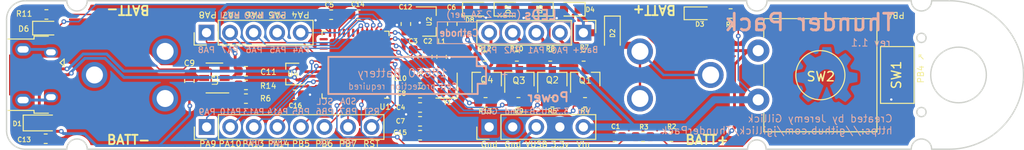
<source format=kicad_pcb>
(kicad_pcb (version 20171130) (host pcbnew "(5.1.5-0-10_14)")
  (layers (0 F.Cu signal) (31 B.Cu signal) (34 B.Paste user) (35 F.Paste user) (36 B.SilkS user) (37 F.SilkS user) (38 B.Mask user) (39 F.Mask user) (44 Edge.Cuts user))
  (net 0 "")
  (net 1 /BUTTON)
  (net 2 GND)
  (net 3 +3V3)
  (net 4 +BATT)
  (net 5 /VIN)
  (net 6 /VUSB)
  (net 7 "Net-(D3-Pad2)")
  (net 8 "Net-(D4-Pad1)")
  (net 9 "Net-(D5-Pad1)")
  (net 10 "Net-(D6-Pad1)")
  (net 11 "Net-(D7-Pad1)")
  (net 12 "Net-(D8-Pad1)")
  (net 13 /RESET)
  (net 14 /PB7)
  (net 15 /PB6)
  (net 16 /PA10)
  (net 17 /PA9)
  (net 18 /PA8)
  (net 19 /PA7)
  (net 20 /PA6)
  (net 21 /PA5)
  (net 22 /PA4)
  (net 23 /USB_D-)
  (net 24 /USB_D+)
  (net 25 "Net-(J6-Pad2)")
  (net 26 "Net-(J6-Pad3)")
  (net 27 "Net-(J6-Pad4)")
  (net 28 "Net-(J6-Pad5)")
  (net 29 /LED1)
  (net 30 /LED2)
  (net 31 /LED3)
  (net 32 /LED4)
  (net 33 "Net-(R2-Pad1)")
  (net 34 "Net-(R6-Pad1)")
  (net 35 "Net-(R11-Pad1)")
  (net 36 "Net-(D1-Pad2)")
  (net 37 /PB5)
  (net 38 "Net-(R14-Pad1)")
  (net 39 /PA13)
  (net 40 /PA14)
  (net 41 /VDDA)
  (net 42 /XTAL1)
  (net 43 /XTAL2)
  (net 44 "Net-(C14-Pad1)")
  (module Symbol:OSHW-Symbol_6.7x6mm_Copper (layer B.Cu) (at 146.55 99.975 180)
    (fp_text reference REF** hide)
    (fp_text value OSHW-Symbol_6.7x6mm_Copper hide)
    (fp_poly (pts (xy 0.555814 2.531069) (xy 0.639635 2.086445) (xy 0.94892 1.958947) (xy 1.258206 1.831449) (xy 1.629246 2.083754) (xy 1.733157 2.154004) (xy 1.827087 2.216728) (xy 1.906652 2.269062) (xy 1.96747 2.308143) (xy 2.005157 2.331107) (xy 2.015421 2.336058) (xy 2.03391 2.323324) (xy 2.07342 2.288118) (xy 2.129522 2.234938) (xy 2.197787 2.168282) (xy 2.273786 2.092646) (xy 2.353092 2.012528) (xy 2.431275 1.932426) (xy 2.503907 1.856836) (xy 2.566559 1.790255) (xy 2.614803 1.737182) (xy 2.64421 1.702113) (xy 2.651241 1.690377) (xy 2.641123 1.66874) (xy 2.612759 1.621338) (xy 2.569129 1.552807) (xy 2.513218 1.467785) (xy 2.448006 1.370907) (xy 2.410219 1.31565) (xy 2.341343 1.214752) (xy 2.28014 1.123701) (xy 2.229578 1.04703) (xy 2.192628 0.989272) (xy 2.172258 0.954957) (xy 2.169197 0.947746) (xy 2.176136 0.927252) (xy 2.195051 0.879487) (xy 2.223087 0.811168) (xy 2.257391 0.729011) (xy 2.295109 0.63973) (xy 2.333387 0.550042) (xy 2.36937 0.466662) (xy 2.400206 0.396306) (xy 2.423039 0.34569) (xy 2.435017 0.321529) (xy 2.435724 0.320578) (xy 2.454531 0.315964) (xy 2.504618 0.305672) (xy 2.580793 0.290713) (xy 2.677865 0.272099) (xy 2.790643 0.250841) (xy 2.856442 0.238582) (xy 2.97695 0.215638) (xy 3.085797 0.193805) (xy 3.177476 0.174278) (xy 3.246481 0.158252) (xy 3.287304 0.146921) (xy 3.295511 0.143326) (xy 3.303548 0.118994) (xy 3.310033 0.064041) (xy 3.31497 -0.015108) (xy 3.318364 -0.112026) (xy 3.320218 -0.220287) (xy 3.320538 -0.333465) (xy 3.319327 -0.445135) (xy 3.31659 -0.548868) (xy 3.312331 -0.638241) (xy 3.306555 -0.706826) (xy 3.299267 -0.748197) (xy 3.294895 -0.75681) (xy 3.268764 -0.767133) (xy 3.213393 -0.781892) (xy 3.136107 -0.799352) (xy 3.04423 -0.81778) (xy 3.012158 -0.823741) (xy 2.857524 -0.852066) (xy 2.735375 -0.874876) (xy 2.641673 -0.89308) (xy 2.572384 -0.907583) (xy 2.523471 -0.919292) (xy 2.490897 -0.929115) (xy 2.470628 -0.937956) (xy 2.458626 -0.946724) (xy 2.456947 -0.948457) (xy 2.440184 -0.976371) (xy 2.414614 -1.030695) (xy 2.382788 -1.104777) (xy 2.34726 -1.191965) (xy 2.310583 -1.285608) (xy 2.275311 -1.379052) (xy 2.243996 -1.465647) (xy 2.219193 -1.53874) (xy 2.203454 -1.591678) (xy 2.199332 -1.617811) (xy 2.199676 -1.618726) (xy 2.213641 -1.640086) (xy 2.245322 -1.687084) (xy 2.291391 -1.754827) (xy 2.348518 -1.838423) (xy 2.413373 -1.932982) (xy 2.431843 -1.959854) (xy 2.497699 -2.057275) (xy 2.55565 -2.146163) (xy 2.602538 -2.221412) (xy 2.635207 -2.27792) (xy 2.6505 -2.310581) (xy 2.651241 -2.314593) (xy 2.638392 -2.335684) (xy 2.602888 -2.377464) (xy 2.549293 -2.435445) (xy 2.482171 -2.505135) (xy 2.406087 -2.582045) (xy 2.325604 -2.661683) (xy 2.245287 -2.739561) (xy 2.169699 -2.811186) (xy 2.103405 -2.87207) (xy 2.050969 -2.917721) (xy 2.016955 -2.94365) (xy 2.007545 -2.947883) (xy 1.985643 -2.937912) (xy 1.9408 -2.91102) (xy 1.880321 -2.871736) (xy 1.833789 -2.840117) (xy 1.749475 -2.782098) (xy 1.649626 -2.713784) (xy 1.549473 -2.645579) (xy 1.495627 -2.609075) (xy 1.313371 -2.4858) (xy 1.160381 -2.56852) (xy 1.090682 -2.604759) (xy 1.031414 -2.632926) (xy 0.991311 -2.648991) (xy 0.981103 -2.651226) (xy 0.968829 -2.634722) (xy 0.944613 -2.588082) (xy 0.910263 -2.515609) (xy 0.867588 -2.421606) (xy 0.818394 -2.310374) (xy 0.76449 -2.186215) (xy 0.707684 -2.053432) (xy 0.649782 -1.916327) (xy 0.592593 -1.779202) (xy 0.537924 -1.646358) (xy 0.487584 -1.522098) (xy 0.44338 -1.410725) (xy 0.407119 -1.316539) (xy 0.380609 -1.243844) (xy 0.365658 -1.196941) (xy 0.363254 -1.180833) (xy 0.382311 -1.160286) (xy 0.424036 -1.126933) (xy 0.479706 -1.087702) (xy 0.484378 -1.084599) (xy 0.628264 -0.969423) (xy 0.744283 -0.835053) (xy 0.83143 -0.685784) (xy 0.888699 -0.525913) (xy 0.915086 -0.359737) (xy 0.909585 -0.191552) (xy 0.87119 -0.025655) (xy 0.798895 0.133658) (xy 0.777626 0.168513) (xy 0.666996 0.309263) (xy 0.536302 0.422286) (xy 0.390064 0.506997) (xy 0.232808 0.562806) (xy 0.069057 0.589126) (xy -0.096667 0.58537) (xy -0.259838 0.55095) (xy -0.415935 0.485277) (xy -0.560433 0.387765) (xy -0.605131 0.348187) (xy -0.718888 0.224297) (xy -0.801782 0.093876) (xy -0.858644 -0.052315) (xy -0.890313 -0.197088) (xy -0.898131 -0.35986) (xy -0.872062 -0.52344) (xy -0.814755 -0.682298) (xy -0.728856 -0.830906) (xy -0.617014 -0.963735) (xy -0.481877 -1.075256) (xy -0.464117 -1.087011) (xy -0.40785 -1.125508) (xy -0.365077 -1.158863) (xy -0.344628 -1.18016) (xy -0.344331 -1.180833) (xy -0.348721 -1.203871) (xy -0.366124 -1.256157) (xy -0.394732 -1.33339) (xy -0.432735 -1.431268) (xy -0.478326 -1.545491) (xy -0.529697 -1.671758) (xy -0.585038 -1.805767) (xy -0.642542 -1.943218) (xy -0.700399 -2.079808) (xy -0.756802 -2.211237) (xy -0.809942 -2.333205) (xy -0.85801 -2.441409) (xy -0.899199 -2.531549) (xy -0.931699 -2.599323) (xy -0.953703 -2.64043) (xy -0.962564 -2.651226) (xy -0.98964 -2.642819) (xy -1.040303 -2.620272) (xy -1.105817 -2.587613) (xy -1.141841 -2.56852) (xy -1.294832 -2.4858) (xy -1.477088 -2.609075) (xy -1.570125 -2.672228) (xy -1.671985 -2.741727) (xy -1.767438 -2.807165) (xy -1.81525 -2.840117) (xy -1.882495 -2.885273) (xy -1.939436 -2.921057) (xy -1.978646 -2.942938) (xy -1.991381 -2.947563) (xy -2.009917 -2.935085) (xy -2.050941 -2.900252) (xy -2.110475 -2.846678) (xy -2.184542 -2.777983) (xy -2.269165 -2.697781) (xy -2.322685 -2.646286) (xy -2.416319 -2.554286) (xy -2.497241 -2.471999) (xy -2.562177 -2.402945) (xy -2.607858 -2.350644) (xy -2.631011 -2.318616) (xy -2.633232 -2.312116) (xy -2.622924 -2.287394) (xy -2.594439 -2.237405) (xy -2.550937 -2.167212) (xy -2.495577 -2.081875) (xy -2.43152 -1.986456) (xy -2.413303 -1.959854) (xy -2.346927 -1.863167) (xy -2.287378 -1.776117) (xy -2.237984 -1.703595) (xy -2.202075 -1.650493) (xy -2.182981 -1.621703) (xy -2.181136 -1.618726) (xy -2.183895 -1.595782) (xy -2.198538 -1.545336) (xy -2.222513 -1.474041) (xy -2.253266 -1.388547) (xy -2.288244 -1.295507) (xy -2.324893 -1.201574) (xy -2.360661 -1.113399) (xy -2.392994 -1.037634) (xy -2.419338 -0.980931) (xy -2.437142 -0.949943) (xy -2.438407 -0.948457) (xy -2.449294 -0.939601) (xy -2.467682 -0.930843) (xy -2.497606 -0.921277) (xy -2.543103 -0.909996) (xy -2.608209 -0.896093) (xy -2.696961 -0.878663) (xy -2.813393 -0.856798) (xy -2.961542 -0.829591) (xy -2.993618 -0.823741) (xy -3.088686 -0.805374) (xy -3.171565 -0.787405) (xy -3.23493 -0.771569) (xy -3.271458 -0.7596) (xy -3.276356 -0.75681) (xy -3.284427 -0.732072) (xy -3.290987 -0.67679) (xy -3.296033 -0.597389) (xy -3.299559 -0.500296) (xy -3.301561 -0.391938) (xy -3.302036 -0.27874) (xy -3.300977 -0.167128) (xy -3.298382 -0.063529) (xy -3.294246 0.025632) (xy -3.288563 0.093928) (xy -3.281331 0.134934) (xy -3.276971 0.143326) (xy -3.252698 0.151792) (xy -3.197426 0.165565) (xy -3.116662 0.18345) (xy -3.015912 0.204252) (xy -2.900683 0.226777) (xy -2.837902 0.238582) (xy -2.718787 0.260849) (xy -2.612565 0.281021) (xy -2.524427 0.298085) (xy -2.459566 0.311031) (xy -2.423174 0.318845) (xy -2.417184 0.320578) (xy -2.407061 0.34011) (xy -2.385662 0.387157) (xy -2.355839 0.454997) (xy -2.320445 0.536909) (xy -2.282332 0.626172) (xy -2.244353 0.716065) (xy -2.20936 0.799865) (xy -2.180206 0.870853) (xy -2.159743 0.922306) (xy -2.150823 0.947503) (xy -2.150657 0.948604) (xy -2.160769 0.968481) (xy -2.189117 1.014223) (xy -2.232723 1.081283) (xy -2.288606 1.165116) (xy -2.353787 1.261174) (xy -2.391679 1.31635) (xy -2.460725 1.417519) (xy -2.52205 1.50937) (xy -2.572663 1.587256) (xy -2.609571 1.646531) (xy -2.629782 1.682549) (xy -2.632701 1.690623) (xy -2.620153 1.709416) (xy -2.585463 1.749543) (xy -2.533063 1.806507) (xy -2.467384 1.875815) (xy -2.392856 1.952969) (xy -2.313913 2.033475) (xy -2.234983 2.112837) (xy -2.1605 2.18656) (xy -2.094894 2.250148) (xy -2.042596 2.299106) (xy -2.008039 2.328939) (xy -1.996478 2.336058) (xy -1.977654 2.326047) (xy -1.932631 2.297922) (xy -1.865787 2.254546) (xy -1.781499 2.198782) (xy -1.684144 2.133494) (xy -1.610707 2.083754) (xy -1.239667 1.831449) (xy -0.621095 2.086445) (xy -0.537275 2.531069) (xy -0.453454 2.975693) (xy 0.471994 2.975693) (xy 0.555814 2.531069)) (layer B.Cu) (width 0.01))
  )
  (module Diode_SMD:D_SOD-323_HandSoldering (layer F.Cu) (at 123.425 95.55 270)
    (fp_text reference D2 (at -0.05 -0.025 90) (layer F.SilkS) (effects (font (size 0.5 0.5) (thickness 0.1))))
    (fp_text value 20V2A)
    (pad 1 smd rect (at -1.25 0 270) (size 1 1) (layers F.Cu F.Paste F.Mask) (net 6 /VUSB))
    (pad 2 smd rect (at 1.25 0 270) (size 1 1) (layers F.Cu F.Paste F.Mask) (net 4 +BATT))
  )
  (module Connector_PinHeader_2.54mm:PinHeader_1x05_P2.54mm_Vertical (layer F.Cu) (at 110.14 105.61 90)
    (fp_text reference J5 hide)
    (fp_text value Power)
    (pad 5 thru_hole oval (at 0 10.16 90) (size 1.7 1.7) (drill 1) (layers *.Cu *.Mask) (net 5 /VIN))
    (pad 4 thru_hole oval (at 0 7.62 90) (size 1.7 1.7) (drill 1) (layers *.Cu *.Mask) (net 3 +3V3))
    (pad 3 thru_hole oval (at 0 5.08 90) (size 1.7 1.7) (drill 1) (layers *.Cu *.Mask) (net 6 /VUSB))
    (pad 2 thru_hole oval (at 0 2.54 90) (size 1.7 1.7) (drill 1) (layers *.Cu *.Mask) (net 2 GND))
    (pad 1 thru_hole rect (at 0 0 90) (size 1.7 1.7) (drill 1) (layers *.Cu *.Mask) (net 2 GND))
  )
  (module Crystal:Crystal_SMD_2016-4Pin_2.0x1.6mm (layer F.Cu) (at 105.54 101.145 90)
    (fp_text reference Y1 (at -1.82 0.11 180) (layer F.SilkS) (effects (font (size 0.5 0.5) (thickness 0.1))))
    (fp_text value 24Mhz)
    (pad 4 smd rect (at -0.7 -0.55 90) (size 0.9 0.8) (layers F.Cu F.Paste F.Mask))
    (pad 3 smd rect (at 0.7 -0.55 90) (size 0.9 0.8) (layers F.Cu F.Paste F.Mask) (net 43 /XTAL2))
    (pad 2 smd rect (at 0.7 0.55 90) (size 0.9 0.8) (layers F.Cu F.Paste F.Mask) (net 2 GND))
    (pad 1 smd rect (at -0.7 0.55 90) (size 0.9 0.8) (layers F.Cu F.Paste F.Mask) (net 42 /XTAL1))
  )
  (module Package_DFN_QFN:QFN-48-1EP_7x7mm_P0.5mm_EP5.6x5.6mm (layer F.Cu) (at 95.73 98.895 180)
    (fp_text reference U1 (at -3.19 -4.54) (layer F.SilkS) (effects (font (size 0.6 0.6) (thickness 0.1))))
    (fp_text value STM32F411CE)
    (pad 48 smd roundrect (at -2.75 -3.4375 180) (size 0.25 0.875) (layers F.Cu F.Paste F.Mask) (net 3 +3V3))
    (pad 47 smd roundrect (at -2.25 -3.4375 180) (size 0.25 0.875) (layers F.Cu F.Paste F.Mask) (net 2 GND))
    (pad 46 smd roundrect (at -1.75 -3.4375 180) (size 0.25 0.875) (layers F.Cu F.Paste F.Mask))
    (pad 45 smd roundrect (at -1.25 -3.4375 180) (size 0.25 0.875) (layers F.Cu F.Paste F.Mask))
    (pad 44 smd roundrect (at -0.75 -3.4375 180) (size 0.25 0.875) (layers F.Cu F.Paste F.Mask) (net 1 /BUTTON))
    (pad 43 smd roundrect (at -0.25 -3.4375 180) (size 0.25 0.875) (layers F.Cu F.Paste F.Mask) (net 14 /PB7))
    (pad 42 smd roundrect (at 0.25 -3.4375 180) (size 0.25 0.875) (layers F.Cu F.Paste F.Mask) (net 15 /PB6))
    (pad 41 smd roundrect (at 0.75 -3.4375 180) (size 0.25 0.875) (layers F.Cu F.Paste F.Mask) (net 37 /PB5))
    (pad 40 smd roundrect (at 1.25 -3.4375 180) (size 0.25 0.875) (layers F.Cu F.Paste F.Mask) (net 1 /BUTTON))
    (pad 39 smd roundrect (at 1.75 -3.4375 180) (size 0.25 0.875) (layers F.Cu F.Paste F.Mask))
    (pad 38 smd roundrect (at 2.25 -3.4375 180) (size 0.25 0.875) (layers F.Cu F.Paste F.Mask))
    (pad 37 smd roundrect (at 2.75 -3.4375 180) (size 0.25 0.875) (layers F.Cu F.Paste F.Mask) (net 40 /PA14))
    (pad 36 smd roundrect (at 3.4375 -2.75 180) (size 0.875 0.25) (layers F.Cu F.Paste F.Mask) (net 3 +3V3))
    (pad 35 smd roundrect (at 3.4375 -2.25 180) (size 0.875 0.25) (layers F.Cu F.Paste F.Mask) (net 2 GND))
    (pad 34 smd roundrect (at 3.4375 -1.75 180) (size 0.875 0.25) (layers F.Cu F.Paste F.Mask) (net 39 /PA13))
    (pad 33 smd roundrect (at 3.4375 -1.25 180) (size 0.875 0.25) (layers F.Cu F.Paste F.Mask) (net 24 /USB_D+))
    (pad 32 smd roundrect (at 3.4375 -0.75 180) (size 0.875 0.25) (layers F.Cu F.Paste F.Mask) (net 23 /USB_D-))
    (pad 31 smd roundrect (at 3.4375 -0.25 180) (size 0.875 0.25) (layers F.Cu F.Paste F.Mask) (net 16 /PA10))
    (pad 30 smd roundrect (at 3.4375 0.25 180) (size 0.875 0.25) (layers F.Cu F.Paste F.Mask) (net 17 /PA9))
    (pad 29 smd roundrect (at 3.4375 0.75 180) (size 0.875 0.25) (layers F.Cu F.Paste F.Mask) (net 18 /PA8))
    (pad 28 smd roundrect (at 3.4375 1.25 180) (size 0.875 0.25) (layers F.Cu F.Paste F.Mask))
    (pad 27 smd roundrect (at 3.4375 1.75 180) (size 0.875 0.25) (layers F.Cu F.Paste F.Mask))
    (pad 26 smd roundrect (at 3.4375 2.25 180) (size 0.875 0.25) (layers F.Cu F.Paste F.Mask))
    (pad 25 smd roundrect (at 3.4375 2.75 180) (size 0.875 0.25) (layers F.Cu F.Paste F.Mask))
    (pad 24 smd roundrect (at 2.75 3.4375 180) (size 0.25 0.875) (layers F.Cu F.Paste F.Mask) (net 3 +3V3))
    (pad 23 smd roundrect (at 2.25 3.4375 180) (size 0.25 0.875) (layers F.Cu F.Paste F.Mask) (net 2 GND))
    (pad 22 smd roundrect (at 1.75 3.4375 180) (size 0.25 0.875) (layers F.Cu F.Paste F.Mask) (net 44 "Net-(C14-Pad1)"))
    (pad 21 smd roundrect (at 1.25 3.4375 180) (size 0.25 0.875) (layers F.Cu F.Paste F.Mask))
    (pad 20 smd roundrect (at 0.75 3.4375 180) (size 0.25 0.875) (layers F.Cu F.Paste F.Mask) (net 2 GND))
    (pad 19 smd roundrect (at 0.25 3.4375 180) (size 0.25 0.875) (layers F.Cu F.Paste F.Mask))
    (pad 18 smd roundrect (at -0.25 3.4375 180) (size 0.25 0.875) (layers F.Cu F.Paste F.Mask))
    (pad 17 smd roundrect (at -0.75 3.4375 180) (size 0.25 0.875) (layers F.Cu F.Paste F.Mask) (net 19 /PA7))
    (pad 16 smd roundrect (at -1.25 3.4375 180) (size 0.25 0.875) (layers F.Cu F.Paste F.Mask) (net 20 /PA6))
    (pad 15 smd roundrect (at -1.75 3.4375 180) (size 0.25 0.875) (layers F.Cu F.Paste F.Mask) (net 21 /PA5))
    (pad 14 smd roundrect (at -2.25 3.4375 180) (size 0.25 0.875) (layers F.Cu F.Paste F.Mask) (net 22 /PA4))
    (pad 13 smd roundrect (at -2.75 3.4375 180) (size 0.25 0.875) (layers F.Cu F.Paste F.Mask) (net 32 /LED4))
    (pad 12 smd roundrect (at -3.4375 2.75 180) (size 0.875 0.25) (layers F.Cu F.Paste F.Mask) (net 31 /LED3))
    (pad 11 smd roundrect (at -3.4375 2.25 180) (size 0.875 0.25) (layers F.Cu F.Paste F.Mask) (net 30 /LED2))
    (pad 10 smd roundrect (at -3.4375 1.75 180) (size 0.875 0.25) (layers F.Cu F.Paste F.Mask) (net 29 /LED1))
    (pad 9 smd roundrect (at -3.4375 1.25 180) (size 0.875 0.25) (layers F.Cu F.Paste F.Mask) (net 41 /VDDA))
    (pad 8 smd roundrect (at -3.4375 0.75 180) (size 0.875 0.25) (layers F.Cu F.Paste F.Mask) (net 2 GND))
    (pad 7 smd roundrect (at -3.4375 0.25 180) (size 0.875 0.25) (layers F.Cu F.Paste F.Mask) (net 13 /RESET))
    (pad 6 smd roundrect (at -3.4375 -0.25 180) (size 0.875 0.25) (layers F.Cu F.Paste F.Mask) (net 43 /XTAL2))
    (pad 5 smd roundrect (at -3.4375 -0.75 180) (size 0.875 0.25) (layers F.Cu F.Paste F.Mask) (net 42 /XTAL1))
    (pad 4 smd roundrect (at -3.4375 -1.25 180) (size 0.875 0.25) (layers F.Cu F.Paste F.Mask))
    (pad 3 smd roundrect (at -3.4375 -1.75 180) (size 0.875 0.25) (layers F.Cu F.Paste F.Mask))
    (pad 2 smd roundrect (at -3.4375 -2.25 180) (size 0.875 0.25) (layers F.Cu F.Paste F.Mask))
    (pad 1 smd roundrect (at -3.4375 -2.75 180) (size 0.875 0.25) (layers F.Cu F.Paste F.Mask) (net 3 +3V3))
    (pad 49 smd roundrect (at 0 0 180) (size 5.6 5.6) (layers F.Cu F.Mask) (roundrect_rratio 0.044643) (net 2 GND))
  )
  (module Resistor_SMD:R_0603_1608Metric (layer F.Cu) (at 83.915 102.55)
    (fp_text reference R6 (at 2.11 -0.015) (layer F.SilkS) (effects (font (size 0.6 0.6) (thickness 0.1))))
    (fp_text value 680)
    (pad 2 smd roundrect (at 0.7875 0) (size 0.875 0.95) (layers F.Cu F.Paste F.Mask) (net 2 GND))
    (pad 1 smd roundrect (at -0.7875 0) (size 0.875 0.95) (layers F.Cu F.Paste F.Mask) (net 34 "Net-(R6-Pad1)"))
  )
  (module BatteryClips:Keystone54_18650_PTC (layer F.Cu) (at 100.8 100)
    (fp_text reference J2 hide)
    (fp_text value Battery hide)
    (fp_text user "Cell protection required" (at 0.05 1.225) (layer B.SilkS) (effects (font (size 0.7 0.65) (thickness 0.08)) (justify mirror)))
    (fp_text user - (at -10 -0.1016) (layer B.SilkS) (effects (font (size 0.7 0.7) (thickness 0.1)) (justify mirror)))
    (fp_text user + (at 11 -0.1016) (layer B.SilkS) (effects (font (size 0.7 0.7) (thickness 0.1)) (justify mirror)))
    (fp_text user "18650 Battery" (at 0 -0.2) (layer B.SilkS) (effects (font (size 0.9 0.9) (thickness 0.1)) (justify mirror)))
    (pad 2 thru_hole circle (at -25.6 -2.54) (size 2.8 2.8) (drill 1.83) (layers *.Cu *.Mask) (net 2 GND))
    (pad 2 thru_hole circle (at -25.6 2.54) (size 2.8 2.8) (drill 1.83) (layers *.Cu *.Mask) (net 2 GND))
    (pad 1 thru_hole circle (at 25.6 -2.54) (size 2.8 2.8) (drill 1.83) (layers *.Cu *.Mask) (net 4 +BATT))
    (pad 1 thru_hole circle (at 25.6 2.54) (size 2.8 2.8) (drill 1.83) (layers *.Cu *.Mask) (net 4 +BATT))
    (pad 1 thru_hole circle (at 33.22 0) (size 2.8 2.8) (drill 1.83) (layers *.Cu *.Mask) (net 4 +BATT))
    (pad 2 thru_hole circle (at -33.22 0) (size 2.8 2.8) (drill 1.83) (layers *.Cu *.Mask) (net 2 GND))
  )
  (module Capacitor_SMD:C_0603_1608Metric (layer F.Cu) (at 89.18 102.135 180)
    (fp_text reference C16 (at -0.06 -1.17) (layer F.SilkS) (effects (font (size 0.5 0.5) (thickness 0.1))))
    (fp_text value 100nF)
    (pad 2 smd roundrect (at 0.7875 0 180) (size 0.875 0.95) (layers F.Cu F.Paste F.Mask) (net 2 GND))
    (pad 1 smd roundrect (at -0.7875 0 180) (size 0.875 0.95) (layers F.Cu F.Paste F.Mask) (net 3 +3V3))
  )
  (module Capacitor_SMD:C_0603_1608Metric (layer F.Cu) (at 102.69 106.495)
    (fp_text reference C15 (at -2.15 -0.29) (layer F.SilkS) (effects (font (size 0.5 0.5) (thickness 0.1))))
    (fp_text value 100nF)
    (pad 2 smd roundrect (at 0.7875 0) (size 0.875 0.95) (layers F.Cu F.Paste F.Mask) (net 2 GND))
    (pad 1 smd roundrect (at -0.7875 0) (size 0.875 0.95) (layers F.Cu F.Paste F.Mask) (net 3 +3V3))
  )
  (module Capacitor_SMD:C_0603_1608Metric (layer F.Cu) (at 96.06 93.505)
    (fp_text reference C14 (at -0.08 -1.12) (layer F.SilkS) (effects (font (size 0.5 0.5) (thickness 0.1))))
    (fp_text value 4.7uF)
    (pad 1 smd roundrect (at -0.7875 0) (size 0.875 0.95) (layers F.Cu F.Paste F.Mask) (net 44 "Net-(C14-Pad1)"))
    (pad 2 smd roundrect (at 0.7875 0) (size 0.875 0.95) (layers F.Cu F.Paste F.Mask) (net 2 GND))
  )
  (module Package_TO_SOT_SMD:SOT-23-6 (layer F.Cu) (at 80.515 100.325 180)
    (fp_text reference U3 (at -0.075 -0.225 90) (layer F.SilkS) (effects (font (size 0.6 0.6) (thickness 0.1))))
    (fp_text value BQ21040)
    (pad 5 smd rect (at 1.1 0 180) (size 1.06 0.65) (layers F.Cu F.Paste F.Mask) (net 2 GND))
    (pad 6 smd rect (at 1.1 -0.95 180) (size 1.06 0.65) (layers F.Cu F.Paste F.Mask) (net 6 /VUSB))
    (pad 4 smd rect (at 1.1 0.95 180) (size 1.06 0.65) (layers F.Cu F.Paste F.Mask) (net 34 "Net-(R6-Pad1)"))
    (pad 3 smd rect (at -1.1 0.95 180) (size 1.06 0.65) (layers F.Cu F.Paste F.Mask) (net 35 "Net-(R11-Pad1)"))
    (pad 2 smd rect (at -1.1 0 180) (size 1.06 0.65) (layers F.Cu F.Paste F.Mask) (net 4 +BATT))
    (pad 1 smd rect (at -1.1 -0.95 180) (size 1.06 0.65) (layers F.Cu F.Paste F.Mask) (net 38 "Net-(R14-Pad1)"))
  )
  (module LED_SMD:LED_0603_1608Metric (layer F.Cu) (at 62.4 94.95)
    (fp_text reference D6 (at -2.45 0.075) (layer F.SilkS) (effects (font (size 0.6 0.6) (thickness 0.1))))
    (fp_text value LED)
    (pad 2 smd roundrect (at 0.7875 0) (size 0.875 0.95) (layers F.Cu F.Paste F.Mask) (net 4 +BATT))
    (pad 1 smd roundrect (at -0.7875 0) (size 0.875 0.95) (layers F.Cu F.Paste F.Mask) (net 10 "Net-(D6-Pad1)"))
  )
  (module Resistor_SMD:R_0603_1608Metric (layer F.Cu) (at 83.915 101.075)
    (fp_text reference R14 (at 2.4 0.1) (layer F.SilkS) (effects (font (size 0.6 0.6) (thickness 0.1))))
    (fp_text value 10k)
    (pad 2 smd roundrect (at 0.7875 0) (size 0.875 0.95) (layers F.Cu F.Paste F.Mask) (net 2 GND))
    (pad 1 smd roundrect (at -0.7875 0) (size 0.875 0.95) (layers F.Cu F.Paste F.Mask) (net 38 "Net-(R14-Pad1)"))
  )
  (module Resistor_SMD:R_0603_1608Metric (layer F.Cu) (at 62.4 93.475 180)
    (fp_text reference R11 (at 2.4 0.075) (layer F.SilkS) (effects (font (size 0.6 0.6) (thickness 0.1))))
    (fp_text value 330)
    (pad 2 smd roundrect (at 0.7875 0 180) (size 0.875 0.95) (layers F.Cu F.Paste F.Mask) (net 10 "Net-(D6-Pad1)"))
    (pad 1 smd roundrect (at -0.7875 0 180) (size 0.875 0.95) (layers F.Cu F.Paste F.Mask) (net 35 "Net-(R11-Pad1)"))
  )
  (module Capacitor_SMD:C_0603_1608Metric (layer F.Cu) (at 83.915 99.6)
    (fp_text reference C11 (at 2.425 0.075) (layer F.SilkS) (effects (font (size 0.6 0.6) (thickness 0.1))))
    (fp_text value 1uF)
    (pad 2 smd roundrect (at 0.7875 0) (size 0.875 0.95) (layers F.Cu F.Paste F.Mask) (net 2 GND))
    (pad 1 smd roundrect (at -0.7875 0) (size 0.875 0.95) (layers F.Cu F.Paste F.Mask) (net 4 +BATT))
  )
  (module Capacitor_SMD:C_0603_1608Metric (layer F.Cu) (at 77.815 100.65 90)
    (fp_text reference C9 (at 1.925 0 180) (layer F.SilkS) (effects (font (size 0.6 0.6) (thickness 0.1))))
    (fp_text value 1uF)
    (pad 1 smd roundrect (at -0.7875 0 90) (size 0.875 0.95) (layers F.Cu F.Paste F.Mask) (net 6 /VUSB))
    (pad 2 smd roundrect (at 0.7875 0 90) (size 0.875 0.95) (layers F.Cu F.Paste F.Mask) (net 2 GND))
  )
  (module Package_TO_SOT_SMD:SOT-323_SC-70 (layer F.Cu) (at 88.94 99.895 180)
    (fp_text reference U4 (at -0.04 0) (layer F.SilkS) (effects (font (size 0.6 0.6) (thickness 0.1))))
    (fp_text value ESD7002WTT1G)
    (pad 1 smd rect (at -1 -0.65 90) (size 0.45 0.7) (layers F.Cu F.Paste F.Mask) (net 24 /USB_D+))
    (pad 2 smd rect (at -1 0.65 90) (size 0.45 0.7) (layers F.Cu F.Paste F.Mask) (net 23 /USB_D-))
    (pad 3 smd rect (at 1 0 90) (size 0.45 0.7) (layers F.Cu F.Paste F.Mask) (net 2 GND))
  )
  (module Capacitor_SMD:C_0603_1608Metric (layer F.Cu) (at 62.325 106.875 180)
    (fp_text reference C13 (at 2.325 -0.1) (layer F.SilkS) (effects (font (size 0.5 0.5) (thickness 0.1))))
    (fp_text value 1uF)
    (pad 2 smd roundrect (at 0.7875 0 180) (size 0.875 0.95) (layers F.Cu F.Paste F.Mask) (net 6 /VUSB))
    (pad 1 smd roundrect (at -0.7875 0 180) (size 0.875 0.95) (layers F.Cu F.Paste F.Mask) (net 2 GND))
  )
  (module Capacitor_SMD:C_0603_1608Metric (layer F.Cu) (at 101.16 94.505 90)
    (fp_text reference C12 (at 1.83 -0.04 180) (layer F.SilkS) (effects (font (size 0.5 0.5) (thickness 0.1))))
    (fp_text value 2.2uF)
    (pad 2 smd roundrect (at 0.7875 0 90) (size 0.875 0.95) (layers F.Cu F.Paste F.Mask) (net 2 GND))
    (pad 1 smd roundrect (at -0.7875 0 90) (size 0.875 0.95) (layers F.Cu F.Paste F.Mask) (net 3 +3V3))
  )
  (module Capacitor_SMD:C_0603_1608Metric (layer F.Cu) (at 106.16 94.505 270)
    (fp_text reference C6 (at -1.79 0.09 180) (layer F.SilkS) (effects (font (size 0.5 0.5) (thickness 0.1))))
    (fp_text value 1uF)
    (pad 2 smd roundrect (at 0.7875 0 270) (size 0.875 0.95) (layers F.Cu F.Paste F.Mask) (net 2 GND))
    (pad 1 smd roundrect (at -0.7875 0 270) (size 0.875 0.95) (layers F.Cu F.Paste F.Mask) (net 5 /VIN))
  )
  (module Connector_PinHeader_2.54mm:PinHeader_1x08_P2.54mm_Vertical (layer F.Cu) (at 79.68 105.61 90)
    (fp_text reference J7 hide)
    (fp_text value GPIO)
    (pad 8 thru_hole oval (at 0 17.78 90) (size 1.7 1.7) (drill 1) (layers *.Cu *.Mask) (net 13 /RESET))
    (pad 7 thru_hole oval (at 0 15.24 90) (size 1.7 1.7) (drill 1) (layers *.Cu *.Mask) (net 14 /PB7))
    (pad 6 thru_hole oval (at 0 12.7 90) (size 1.7 1.7) (drill 1) (layers *.Cu *.Mask) (net 15 /PB6))
    (pad 5 thru_hole oval (at 0 10.16 90) (size 1.7 1.7) (drill 1) (layers *.Cu *.Mask) (net 37 /PB5))
    (pad 4 thru_hole oval (at 0 7.62 90) (size 1.7 1.7) (drill 1) (layers *.Cu *.Mask) (net 40 /PA14))
    (pad 3 thru_hole oval (at 0 5.08 90) (size 1.7 1.7) (drill 1) (layers *.Cu *.Mask) (net 39 /PA13))
    (pad 2 thru_hole oval (at 0 2.54 90) (size 1.7 1.7) (drill 1) (layers *.Cu *.Mask) (net 16 /PA10))
    (pad 1 thru_hole rect (at 0 0 90) (size 1.7 1.7) (drill 1) (layers *.Cu *.Mask) (net 17 /PA9))
  )
  (module Capacitor_SMD:C_0603_1608Metric (layer F.Cu) (at 102.69 103.505)
    (fp_text reference C4 (at -2.09 0) (layer F.SilkS) (effects (font (size 0.5 0.5) (thickness 0.1))))
    (fp_text value 100nF)
    (pad 1 smd roundrect (at -0.7875 0) (size 0.875 0.95) (layers F.Cu F.Paste F.Mask) (net 3 +3V3))
    (pad 2 smd roundrect (at 0.7875 0) (size 0.875 0.95) (layers F.Cu F.Paste F.Mask) (net 2 GND))
  )
  (module Capacitor_SMD:C_0603_1608Metric (layer F.Cu) (at 102.69 105)
    (fp_text reference C7 (at -2.12 -0.025 180) (layer F.SilkS) (effects (font (size 0.5 0.5) (thickness 0.1))))
    (fp_text value 4.7uF)
    (pad 2 smd roundrect (at 0.7875 0) (size 0.875 0.95) (layers F.Cu F.Paste F.Mask) (net 2 GND))
    (pad 1 smd roundrect (at -0.7875 0) (size 0.875 0.95) (layers F.Cu F.Paste F.Mask) (net 3 +3V3))
  )
  (module Package_TO_SOT_SMD:SOT-23 (layer F.Cu) (at 103.67 94.235)
    (fp_text reference U2 (at 0 0 90) (layer F.SilkS) (effects (font (size 0.5 0.5) (thickness 0.1))))
    (fp_text value AP2210N-3.3TRG1)
    (pad 1 smd rect (at -1 -0.95) (size 0.9 0.8) (layers F.Cu F.Paste F.Mask) (net 2 GND))
    (pad 2 smd rect (at -1 0.95) (size 0.9 0.8) (layers F.Cu F.Paste F.Mask) (net 3 +3V3))
    (pad 3 smd rect (at 1 0) (size 0.9 0.8) (layers F.Cu F.Paste F.Mask) (net 5 /VIN))
  )
  (module Jeremy:USB_Micro-B_Amphenol_10103594-0001LF_Horizontal (layer F.Cu) (at 61 100 270)
    (fp_text reference J4 hide)
    (fp_text value USB_B_Micro)
    (pad 6 smd rect (at 0 1.385) (size 2.5 4.4) (layers F.Cu F.Paste F.Mask) (net 2 GND))
    (pad 6 thru_hole oval (at 2.705 1.115) (size 1.7 1.35) (drill oval 1.2 0.7) (layers *.Cu *.Mask) (net 2 GND))
    (pad 6 thru_hole oval (at -2.755 1.115) (size 1.7 1.35) (drill oval 1.2 0.7) (layers *.Cu *.Mask) (net 2 GND))
    (pad 6 thru_hole oval (at 2.395 -1.885) (size 1.5 1.1) (drill oval 1.05 0.65) (layers *.Cu *.Mask) (net 2 GND))
    (pad 6 thru_hole oval (at -2.445 -1.885) (size 1.5 1.1) (drill oval 1.05 0.65) (layers *.Cu *.Mask) (net 2 GND))
    (pad 5 smd rect (at 1.275 -1.765) (size 1.65 0.4) (layers F.Cu F.Paste F.Mask) (net 2 GND))
    (pad 4 smd rect (at 0.625 -1.765) (size 1.65 0.4) (layers F.Cu F.Paste F.Mask))
    (pad 3 smd rect (at -0.025 -1.765) (size 1.65 0.4) (layers F.Cu F.Paste F.Mask) (net 24 /USB_D+))
    (pad 2 smd rect (at -0.675 -1.765) (size 1.65 0.4) (layers F.Cu F.Paste F.Mask) (net 23 /USB_D-))
    (pad 1 smd rect (at -1.325 -1.765) (size 1.65 0.4) (layers F.Cu F.Paste F.Mask) (net 36 "Net-(D1-Pad2)"))
    (pad 6 smd rect (at 2.875 -1.885 270) (size 2 1.5) (layers F.Cu F.Paste F.Mask) (net 2 GND))
    (pad 6 smd rect (at -2.875 -1.865 270) (size 2 1.5) (layers F.Cu F.Paste F.Mask) (net 2 GND))
  )
  (module Button_Switch_THT:SW_CW_GPTS203211B (layer F.Cu) (at 139.15 97.375)
    (fp_text reference SW2 (at 6.75 2.8) (layer F.SilkS))
    (fp_text value Power)
    (pad 2 thru_hole circle (at 0 5.3) (size 2.4 2.4) (drill 1.2) (layers *.Cu *.Mask) (net 5 /VIN))
    (pad 1 thru_hole circle (at 0 0) (size 2.4 2.4) (drill 1.2) (layers *.Cu *.Mask) (net 6 /VUSB))
  )
  (module Button_Switch_SMD:SW_SPST_FSMSM (layer F.Cu) (at 154.15 100 90)
    (fp_text reference SW1 (at 0 -0.1 90) (layer F.SilkS))
    (fp_text value Mode)
    (pad 2 smd rect (at 4.59 0 90) (size 2.18 1.6) (layers F.Cu F.Paste F.Mask) (net 33 "Net-(R2-Pad1)"))
    (pad 1 smd rect (at -4.59 0 90) (size 2.18 1.6) (layers F.Cu F.Paste F.Mask) (net 3 +3V3))
  )
  (module Diode_SMD:D_SOD-323_HandSoldering (layer F.Cu) (at 61.8 105.175)
    (fp_text reference D1 (at -2.55 0.075) (layer F.SilkS) (effects (font (size 0.5 0.5) (thickness 0.1))))
    (fp_text value 20V2A)
    (pad 2 smd rect (at 1.25 0) (size 1 1) (layers F.Cu F.Paste F.Mask) (net 36 "Net-(D1-Pad2)"))
    (pad 1 smd rect (at -1.25 0) (size 1 1) (layers F.Cu F.Paste F.Mask) (net 6 /VUSB))
  )
  (module LED_SMD:LED_0603_1608Metric (layer F.Cu) (at 108.76 92.915)
    (fp_text reference D8 (at -0.71 1.16) (layer F.SilkS) (effects (font (size 0.5 0.5) (thickness 0.1))))
    (fp_text value LED)
    (pad 1 smd roundrect (at -0.7875 0) (size 0.875 0.95) (layers F.Cu F.Paste F.Mask) (net 12 "Net-(D8-Pad1)"))
    (pad 2 smd roundrect (at 0.7875 0) (size 0.875 0.95) (layers F.Cu F.Paste F.Mask) (net 3 +3V3))
  )
  (module LED_SMD:LED_0603_1608Metric (layer F.Cu) (at 112.16 92.915)
    (fp_text reference D7 (at 0.04 0.01 90) (layer F.SilkS) (effects (font (size 0.5 0.5) (thickness 0.1))))
    (fp_text value LED)
    (pad 2 smd roundrect (at 0.7875 0) (size 0.875 0.95) (layers F.Cu F.Paste F.Mask) (net 3 +3V3))
    (pad 1 smd roundrect (at -0.7875 0) (size 0.875 0.95) (layers F.Cu F.Paste F.Mask) (net 11 "Net-(D7-Pad1)"))
  )
  (module LED_SMD:LED_0603_1608Metric (layer F.Cu) (at 115.56 92.915 180)
    (fp_text reference D5 (at -0.04 -0.01 90) (layer F.SilkS) (effects (font (size 0.5 0.5) (thickness 0.1))))
    (fp_text value LED)
    (pad 1 smd roundrect (at -0.7875 0 180) (size 0.875 0.95) (layers F.Cu F.Paste F.Mask) (net 9 "Net-(D5-Pad1)"))
    (pad 2 smd roundrect (at 0.7875 0 180) (size 0.875 0.95) (layers F.Cu F.Paste F.Mask) (net 3 +3V3))
  )
  (module LED_SMD:LED_0603_1608Metric (layer F.Cu) (at 119 92.915 180)
    (fp_text reference D4 (at -2.025 -0.035) (layer F.SilkS) (effects (font (size 0.5 0.5) (thickness 0.1))))
    (fp_text value LED)
    (pad 1 smd roundrect (at -0.7875 0 180) (size 0.875 0.95) (layers F.Cu F.Paste F.Mask) (net 8 "Net-(D4-Pad1)"))
    (pad 2 smd roundrect (at 0.7875 0 180) (size 0.875 0.95) (layers F.Cu F.Paste F.Mask) (net 3 +3V3))
  )
  (module Inductor_SMD:L_0603_1608Metric (layer F.Cu) (at 105.01 98.045 270)
    (fp_text reference L1 (at -1.68 0) (layer F.SilkS) (effects (font (size 0.5 0.5) (thickness 0.1))))
    (fp_text value Bead)
    (pad 1 smd roundrect (at -0.7875 0 270) (size 0.875 0.95) (layers F.Cu F.Paste F.Mask) (net 41 /VDDA))
    (pad 2 smd roundrect (at 0.7875 0 270) (size 0.875 0.95) (layers F.Cu F.Paste F.Mask) (net 3 +3V3))
  )
  (module Resistor_SMD:R_0603_1608Metric (layer F.Cu) (at 136.175 93.375)
    (fp_text reference R1 (at -0.025 1.2 180) (layer F.SilkS) (effects (font (size 0.5 0.5) (thickness 0.1))))
    (fp_text value 270)
    (pad 2 smd roundrect (at 0.7875 0) (size 0.875 0.95) (layers F.Cu F.Paste F.Mask) (net 5 /VIN))
    (pad 1 smd roundrect (at -0.7875 0) (size 0.875 0.95) (layers F.Cu F.Paste F.Mask) (net 7 "Net-(D3-Pad2)"))
  )
  (module Resistor_SMD:R_0603_1608Metric (layer F.Cu) (at 129.775 106.655)
    (fp_text reference R2 (at 0.05 -1.1) (layer F.SilkS) (effects (font (size 0.5 0.5) (thickness 0.1))))
    (fp_text value 20k)
    (pad 2 smd roundrect (at 0.7875 0) (size 0.875 0.95) (layers F.Cu F.Paste F.Mask) (net 2 GND))
    (pad 1 smd roundrect (at -0.7875 0) (size 0.875 0.95) (layers F.Cu F.Paste F.Mask) (net 33 "Net-(R2-Pad1)"))
  )
  (module Resistor_SMD:R_0603_1608Metric (layer F.Cu) (at 126.725 106.655 180)
    (fp_text reference R3 (at -0.1 1.05 180) (layer F.SilkS) (effects (font (size 0.5 0.5) (thickness 0.1))))
    (fp_text value 330)
    (pad 2 smd roundrect (at 0.7875 0 180) (size 0.875 0.95) (layers F.Cu F.Paste F.Mask) (net 1 /BUTTON))
    (pad 1 smd roundrect (at -0.7875 0 180) (size 0.875 0.95) (layers F.Cu F.Paste F.Mask) (net 33 "Net-(R2-Pad1)"))
  )
  (module Resistor_SMD:R_0603_1608Metric (layer F.Cu) (at 120.475 102.95)
    (fp_text reference R4 (at 0.025 0.92 180) (layer F.SilkS) (effects (font (size 0.5 0.5) (thickness 0.1))))
    (fp_text value 20k)
    (pad 2 smd roundrect (at 0.7875 0) (size 0.875 0.95) (layers F.Cu F.Paste F.Mask) (net 2 GND))
    (pad 1 smd roundrect (at -0.7875 0) (size 0.875 0.95) (layers F.Cu F.Paste F.Mask) (net 29 /LED1))
  )
  (module Resistor_SMD:R_0603_1608Metric (layer F.Cu) (at 116.95 102.95)
    (fp_text reference R5 (at 0 0.945 180) (layer F.SilkS) (effects (font (size 0.5 0.5) (thickness 0.1))))
    (fp_text value 20k)
    (pad 2 smd roundrect (at 0.7875 0) (size 0.875 0.95) (layers F.Cu F.Paste F.Mask) (net 2 GND))
    (pad 1 smd roundrect (at -0.7875 0) (size 0.875 0.95) (layers F.Cu F.Paste F.Mask) (net 30 /LED2))
  )
  (module Resistor_SMD:R_0603_1608Metric (layer F.Cu) (at 120.325 98 180)
    (fp_text reference R7 (at -0.075 0.975) (layer F.SilkS) (effects (font (size 0.5 0.5) (thickness 0.1))))
    (fp_text value 270)
    (pad 2 smd roundrect (at 0.7875 0 180) (size 0.875 0.95) (layers F.Cu F.Paste F.Mask) (net 25 "Net-(J6-Pad2)"))
    (pad 1 smd roundrect (at -0.7875 0 180) (size 0.875 0.95) (layers F.Cu F.Paste F.Mask) (net 8 "Net-(D4-Pad1)"))
  )
  (module Resistor_SMD:R_0603_1608Metric (layer F.Cu) (at 116.725 98 180)
    (fp_text reference R8 (at -0.025 0.825) (layer F.SilkS) (effects (font (size 0.5 0.5) (thickness 0.1))))
    (fp_text value 270)
    (pad 2 smd roundrect (at 0.7875 0 180) (size 0.875 0.95) (layers F.Cu F.Paste F.Mask) (net 26 "Net-(J6-Pad3)"))
    (pad 1 smd roundrect (at -0.7875 0 180) (size 0.875 0.95) (layers F.Cu F.Paste F.Mask) (net 9 "Net-(D5-Pad1)"))
  )
  (module Resistor_SMD:R_0603_1608Metric (layer F.Cu) (at 113.3 102.95)
    (fp_text reference R9 (at 0.05 0.945 180) (layer F.SilkS) (effects (font (size 0.5 0.5) (thickness 0.1))))
    (fp_text value 20k)
    (pad 2 smd roundrect (at 0.7875 0) (size 0.875 0.95) (layers F.Cu F.Paste F.Mask) (net 2 GND))
    (pad 1 smd roundrect (at -0.7875 0) (size 0.875 0.95) (layers F.Cu F.Paste F.Mask) (net 31 /LED3))
  )
  (module Resistor_SMD:R_0603_1608Metric (layer F.Cu) (at 113.125 98)
    (fp_text reference R10 (at -0.025 -0.825) (layer F.SilkS) (effects (font (size 0.5 0.5) (thickness 0.1))))
    (fp_text value 270)
    (pad 2 smd roundrect (at 0.7875 0) (size 0.875 0.95) (layers F.Cu F.Paste F.Mask) (net 27 "Net-(J6-Pad4)"))
    (pad 1 smd roundrect (at -0.7875 0) (size 0.875 0.95) (layers F.Cu F.Paste F.Mask) (net 11 "Net-(D7-Pad1)"))
  )
  (module Resistor_SMD:R_0603_1608Metric (layer F.Cu) (at 109.65 98)
    (fp_text reference R12 (at 0 -0.825 180) (layer F.SilkS) (effects (font (size 0.5 0.5) (thickness 0.1))))
    (fp_text value 270)
    (pad 2 smd roundrect (at 0.7875 0) (size 0.875 0.95) (layers F.Cu F.Paste F.Mask) (net 28 "Net-(J6-Pad5)"))
    (pad 1 smd roundrect (at -0.7875 0) (size 0.875 0.95) (layers F.Cu F.Paste F.Mask) (net 12 "Net-(D8-Pad1)"))
  )
  (module Resistor_SMD:R_0603_1608Metric (layer F.Cu) (at 109.75 102.95)
    (fp_text reference R13 (at -0.025 0.945 -180) (layer F.SilkS) (effects (font (size 0.5 0.5) (thickness 0.1))))
    (fp_text value 20k)
    (pad 2 smd roundrect (at 0.7875 0) (size 0.875 0.95) (layers F.Cu F.Paste F.Mask) (net 2 GND))
    (pad 1 smd roundrect (at -0.7875 0) (size 0.875 0.95) (layers F.Cu F.Paste F.Mask) (net 32 /LED4))
  )
  (module Capacitor_SMD:C_0603_1608Metric (layer F.Cu) (at 123.675 106.655 180)
    (fp_text reference C1 (at -0.1 1.1 180) (layer F.SilkS) (effects (font (size 0.5 0.5) (thickness 0.1))))
    (fp_text value 100nF)
    (pad 2 smd roundrect (at 0.7875 0 180) (size 0.875 0.95) (layers F.Cu F.Paste F.Mask) (net 2 GND))
    (pad 1 smd roundrect (at -0.7875 0 180) (size 0.875 0.95) (layers F.Cu F.Paste F.Mask) (net 1 /BUTTON))
  )
  (module Capacitor_SMD:C_0603_1608Metric (layer F.Cu) (at 103.47 98.04 270)
    (fp_text reference C2 (at -1.68 -0.05) (layer F.SilkS) (effects (font (size 0.5 0.5) (thickness 0.1))))
    (fp_text value 1uF)
    (pad 2 smd roundrect (at 0.7875 0 270) (size 0.875 0.95) (layers F.Cu F.Paste F.Mask) (net 2 GND))
    (pad 1 smd roundrect (at -0.7875 0 270) (size 0.875 0.95) (layers F.Cu F.Paste F.Mask) (net 41 /VDDA))
  )
  (module Capacitor_SMD:C_0603_1608Metric (layer F.Cu) (at 101.945 98.04 270)
    (fp_text reference C3 (at -1.68 0) (layer F.SilkS) (effects (font (size 0.5 0.5) (thickness 0.1))))
    (fp_text value 100nF)
    (pad 2 smd roundrect (at 0.7875 0 270) (size 0.875 0.95) (layers F.Cu F.Paste F.Mask) (net 2 GND))
    (pad 1 smd roundrect (at -0.7875 0 270) (size 0.875 0.95) (layers F.Cu F.Paste F.Mask) (net 41 /VDDA))
  )
  (module Capacitor_SMD:C_0603_1608Metric (layer F.Cu) (at 93.1 93.505)
    (fp_text reference C5 (at -0.2 -1.06 180) (layer F.SilkS) (effects (font (size 0.5 0.5) (thickness 0.1))))
    (fp_text value 100nF)
    (pad 2 smd roundrect (at 0.7875 0) (size 0.875 0.95) (layers F.Cu F.Paste F.Mask) (net 2 GND))
    (pad 1 smd roundrect (at -0.7875 0) (size 0.875 0.95) (layers F.Cu F.Paste F.Mask) (net 3 +3V3))
  )
  (module Capacitor_SMD:C_0603_1608Metric (layer F.Cu) (at 102.69 101.95)
    (fp_text reference C8 (at -2 0.035) (layer F.SilkS) (effects (font (size 0.5 0.5) (thickness 0.1))))
    (fp_text value 6pF)
    (pad 2 smd roundrect (at 0.7875 0) (size 0.875 0.95) (layers F.Cu F.Paste F.Mask) (net 2 GND))
    (pad 1 smd roundrect (at -0.7875 0) (size 0.875 0.95) (layers F.Cu F.Paste F.Mask) (net 42 /XTAL1))
  )
  (module Capacitor_SMD:C_0603_1608Metric (layer F.Cu) (at 102.69 100.35)
    (fp_text reference C10 (at -2.17 0.015 -180) (layer F.SilkS) (effects (font (size 0.5 0.5) (thickness 0.1))))
    (fp_text value 6pF)
    (pad 1 smd roundrect (at -0.7875 0) (size 0.875 0.95) (layers F.Cu F.Paste F.Mask) (net 43 /XTAL2))
    (pad 2 smd roundrect (at 0.7875 0) (size 0.875 0.95) (layers F.Cu F.Paste F.Mask) (net 2 GND))
  )
  (module Package_TO_SOT_SMD:SOT-23 (layer F.Cu) (at 120.5 100.47 90)
    (fp_text reference Q1 (at -0.1 0 180) (layer F.SilkS) (effects (font (size 0.7 0.7) (thickness 0.1))))
    (fp_text value BSS806N)
    (pad 3 smd rect (at 1 0 90) (size 0.9 0.8) (layers F.Cu F.Paste F.Mask) (net 25 "Net-(J6-Pad2)"))
    (pad 2 smd rect (at -1 0.95 90) (size 0.9 0.8) (layers F.Cu F.Paste F.Mask) (net 2 GND))
    (pad 1 smd rect (at -1 -0.95 90) (size 0.9 0.8) (layers F.Cu F.Paste F.Mask) (net 29 /LED1))
  )
  (module Package_TO_SOT_SMD:SOT-23 (layer F.Cu) (at 113.4 100.475 90)
    (fp_text reference Q3 (at -0.125 -0.05 180) (layer F.SilkS) (effects (font (size 0.7 0.7) (thickness 0.1))))
    (fp_text value BSS806N)
    (pad 3 smd rect (at 1 0 90) (size 0.9 0.8) (layers F.Cu F.Paste F.Mask) (net 27 "Net-(J6-Pad4)"))
    (pad 2 smd rect (at -1 0.95 90) (size 0.9 0.8) (layers F.Cu F.Paste F.Mask) (net 2 GND))
    (pad 1 smd rect (at -1 -0.95 90) (size 0.9 0.8) (layers F.Cu F.Paste F.Mask) (net 31 /LED3))
  )
  (module Package_TO_SOT_SMD:SOT-23 (layer F.Cu) (at 109.875 100.475 90)
    (fp_text reference Q4 (at -0.05 0.025) (layer F.SilkS) (effects (font (size 0.7 0.7) (thickness 0.1))))
    (fp_text value BSS806N)
    (pad 3 smd rect (at 1 0 90) (size 0.9 0.8) (layers F.Cu F.Paste F.Mask) (net 28 "Net-(J6-Pad5)"))
    (pad 2 smd rect (at -1 0.95 90) (size 0.9 0.8) (layers F.Cu F.Paste F.Mask) (net 2 GND))
    (pad 1 smd rect (at -1 -0.95 90) (size 0.9 0.8) (layers F.Cu F.Paste F.Mask) (net 32 /LED4))
  )
  (module LED_SMD:LED_0603_1608Metric_Castellated (layer F.Cu) (at 132.85 93.35)
    (fp_text reference D3 (at 0 1.175 180) (layer F.SilkS) (effects (font (size 0.5 0.5) (thickness 0.1))))
    (fp_text value LED)
    (pad 2 smd roundrect (at 0.8125 0) (size 1.225 0.85) (layers F.Cu F.Paste F.Mask) (net 7 "Net-(D3-Pad2)"))
    (pad 1 smd roundrect (at -0.8125 0) (size 1.225 0.85) (layers F.Cu F.Paste F.Mask) (net 2 GND))
  )
  (module Package_TO_SOT_SMD:SOT-23 (layer F.Cu) (at 116.95 100.475 90)
    (fp_text reference Q2 (at -0.075 0 180) (layer F.SilkS) (effects (font (size 0.7 0.7) (thickness 0.1))))
    (fp_text value BSS806N)
    (pad 1 smd rect (at -1 -0.95 90) (size 0.9 0.8) (layers F.Cu F.Paste F.Mask) (net 30 /LED2))
    (pad 2 smd rect (at -1 0.95 90) (size 0.9 0.8) (layers F.Cu F.Paste F.Mask) (net 2 GND))
    (pad 3 smd rect (at 1 0 90) (size 0.9 0.8) (layers F.Cu F.Paste F.Mask) (net 26 "Net-(J6-Pad3)"))
  )
  (module Connector_PinHeader_2.54mm:PinHeader_1x05_P2.54mm_Vertical (layer F.Cu) (at 120.3 95.45 270)
    (fp_text reference J6 hide)
    (fp_text value LEDs)
    (pad 5 thru_hole oval (at 0 10.16 270) (size 1.7 1.7) (drill 1) (layers *.Cu *.Mask) (net 28 "Net-(J6-Pad5)"))
    (pad 4 thru_hole oval (at 0 7.62 270) (size 1.7 1.7) (drill 1) (layers *.Cu *.Mask) (net 27 "Net-(J6-Pad4)"))
    (pad 3 thru_hole oval (at 0 5.08 270) (size 1.7 1.7) (drill 1) (layers *.Cu *.Mask) (net 26 "Net-(J6-Pad3)"))
    (pad 2 thru_hole oval (at 0 2.54 270) (size 1.7 1.7) (drill 1) (layers *.Cu *.Mask) (net 25 "Net-(J6-Pad2)"))
    (pad 1 thru_hole rect (at 0 0 270) (size 1.7 1.7) (drill 1) (layers *.Cu *.Mask) (net 4 +BATT))
  )
  (module Connector_PinHeader_2.54mm:PinHeader_1x05_P2.54mm_Vertical (layer F.Cu) (at 79.66 95.44 90)
    (fp_text reference J3 hide)
    (fp_text value GPIO)
    (pad 1 thru_hole rect (at 0 0 90) (size 1.7 1.7) (drill 1) (layers *.Cu *.Mask) (net 18 /PA8))
    (pad 2 thru_hole oval (at 0 2.54 90) (size 1.7 1.7) (drill 1) (layers *.Cu *.Mask) (net 19 /PA7))
    (pad 3 thru_hole oval (at 0 5.08 90) (size 1.7 1.7) (drill 1) (layers *.Cu *.Mask) (net 20 /PA6))
    (pad 4 thru_hole oval (at 0 7.62 90) (size 1.7 1.7) (drill 1) (layers *.Cu *.Mask) (net 21 /PA5))
    (pad 5 thru_hole oval (at 0 10.16 90) (size 1.7 1.7) (drill 1) (layers *.Cu *.Mask) (net 22 /PA4))
  )
  (gr_text PB4 (at 153.975 93.55 180) (layer F.SilkS) (effects (font (size 0.65 0.65) (thickness 0.1))))
  (gr_text "PB4 ↗" (at 156.675 99.275 90) (layer F.SilkS) (effects (font (size 0.65 0.65) (thickness 0.1))))
  (gr_text Gnd (at 110.14 103.925) (layer B.SilkS) (effects (font (size 0.65 0.65) (thickness 0.1)) (justify mirror)))
  (gr_text Vin (at 120.29 107.5) (layer F.SilkS) (effects (font (size 0.65 0.65) (thickness 0.1))))
  (gr_text 3.3v (at 117.77 107.5) (layer F.SilkS) (effects (font (size 0.65 0.62) (thickness 0.1))))
  (gr_text VUSB (at 115.24 107.485) (layer F.SilkS) (effects (font (size 0.65 0.62) (thickness 0.1))))
  (gr_text Gnd (at 112.69 107.5) (layer F.SilkS) (effects (font (size 0.65 0.65) (thickness 0.1))))
  (gr_text CLK (at 87.35 107.275) (layer B.SilkS) (effects (font (size 0.6 0.6) (thickness 0.1)) (justify mirror)))
  (gr_text DIO (at 84.65 107.275) (layer B.SilkS) (effects (font (size 0.6 0.6) (thickness 0.1)) (justify mirror)))
  (gr_text SCL (at 92.425 102.875) (layer B.SilkS) (effects (font (size 0.65 0.65) (thickness 0.1)) (justify mirror)))
  (gr_text SDA (at 94.95 102.85) (layer B.SilkS) (effects (font (size 0.65 0.6) (thickness 0.1)) (justify mirror)))
  (gr_text MOSI (at 82.2 93.6) (layer B.SilkS) (effects (font (size 0.65 0.6) (thickness 0.1)) (justify mirror)))
  (gr_text MISO (at 84.8 93.6) (layer B.SilkS) (effects (font (size 0.65 0.6) (thickness 0.1)) (justify mirror)))
  (gr_text SCK (at 87.375 93.6) (layer B.SilkS) (effects (font (size 0.65 0.6) (thickness 0.1)) (justify mirror)))
  (gr_text TX (at 92.4 107.275) (layer B.SilkS) (effects (font (size 0.65 0.65) (thickness 0.1)) (justify mirror)))
  (gr_text RX (at 94.95 107.275) (layer B.SilkS) (effects (font (size 0.65 0.65) (thickness 0.1)) (justify mirror)))
  (gr_line (start 140 108) (end 155.65 108) (layer Edge.Cuts) (width 0.15))
  (gr_line (start 140.1 92) (end 155.65 92) (layer Edge.Cuts) (width 0.15))
  (gr_arc (start 139 92) (end 137.9 92) (angle -180) (layer Edge.Cuts) (width 0.15))
  (gr_arc (start 139 108) (end 140 108) (angle -180) (layer Edge.Cuts) (width 0.15))
  (gr_circle (center 156.75 104) (end 157.25 104) (layer Edge.Cuts) (width 0.15))
  (gr_circle (center 156.75 96) (end 157.25 96) (layer Edge.Cuts) (width 0.15))
  (gr_text BATT+ (at 127.95 93 180) (layer F.SilkS) (effects (font (size 1 1) (thickness 0.2))))
  (gr_text BATT+ (at 133.625 107) (layer F.SilkS) (effects (font (size 1 1) (thickness 0.2))))
  (gr_line (start 64.6 108) (end 60.1 108) (layer Edge.Cuts) (width 0.15))
  (gr_arc (start 65.7 108) (end 66.8 108) (angle -180) (layer Edge.Cuts) (width 0.15))
  (gr_line (start 64.6 92) (end 60.1 92) (layer Edge.Cuts) (width 0.15))
  (gr_arc (start 65.7 92) (end 64.6 92) (angle -180) (layer Edge.Cuts) (width 0.15))
  (gr_text RST (at 97.45 107.425) (layer F.SilkS) (effects (font (size 0.65 0.65) (thickness 0.1))))
  (gr_text PB7 (at 94.9 107.425) (layer F.SilkS) (effects (font (size 0.65 0.65) (thickness 0.1))))
  (gr_text PB6 (at 92.35 107.425) (layer F.SilkS) (effects (font (size 0.65 0.65) (thickness 0.1))))
  (gr_text PB5 (at 89.85 107.425) (layer F.SilkS) (effects (font (size 0.65 0.65) (thickness 0.1))))
  (gr_text PA14 (at 87.45 107.425) (layer F.SilkS) (effects (font (size 0.65 0.62) (thickness 0.1))))
  (gr_text PA13 (at 84.7 107.425) (layer F.SilkS) (effects (font (size 0.65 0.62) (thickness 0.1))))
  (gr_text PA10 (at 82.2 107.425) (layer F.SilkS) (effects (font (size 0.65 0.65) (thickness 0.1))))
  (gr_text Cathode (at 106.9 95.475) (layer B.SilkS) (effects (font (size 0.75 0.7)) (justify mirror)))
  (gr_line (start 104.55 94.275) (end 118.95 94.275) (layer B.SilkS) (width 0.1))
  (gr_line (start 104.55 96.625) (end 104.55 94.275) (layer B.SilkS) (width 0.1))
  (gr_line (start 118.95 96.625) (end 104.55 96.625) (layer B.SilkS) (width 0.1))
  (gr_line (start 118.95 94.275) (end 118.95 96.625) (layer B.SilkS) (width 0.1))
  (gr_text RST (at 97.45 103.95) (layer B.SilkS) (effects (font (size 0.65 0.65) (thickness 0.1)) (justify mirror)))
  (gr_text PB7 (at 94.95 103.95) (layer B.SilkS) (effects (font (size 0.65 0.65) (thickness 0.1)) (justify mirror)))
  (gr_text PB6 (at 92.4 103.95) (layer B.SilkS) (effects (font (size 0.65 0.65) (thickness 0.1)) (justify mirror)))
  (gr_text BATT- (at 71.2 93 180) (layer F.SilkS) (effects (font (size 1 1) (thickness 0.2))))
  (gr_text BATT- (at 71.25 107) (layer F.SilkS) (effects (font (size 1 1) (thickness 0.2))))
  (gr_text "rev 1.1" (at 153.5 96.525) (layer B.SilkS) (effects (font (size 0.8 0.8) (thickness 0.1)) (justify left mirror)))
  (gr_text Gnd (at 110.15 107.5) (layer F.SilkS) (effects (font (size 0.65 0.65) (thickness 0.1))))
  (gr_text "PA4 PA5 PA6 PA7 PA8" (at 84.8 93.5 180) (layer F.SilkS) (effects (font (size 0.65 0.7) (thickness 0.1))))
  (gr_text PA9 (at 79.8 107.425) (layer F.SilkS) (effects (font (size 0.65 0.65) (thickness 0.1))))
  (gr_text "Created by Jeremy Gillick\nhttps://github.com/jgillick/ThunderPack" (at 153.7 105.35) (layer B.SilkS) (effects (font (size 0.8 0.8) (thickness 0.1)) (justify left mirror)))
  (gr_text "(max 2.3A per)" (at 109.55 93.475) (layer B.SilkS) (effects (font (size 0.7 0.7) (thickness 0.1)) (justify mirror)))
  (gr_line (start 157.85 92) (end 159.749999 91.999845) (layer Edge.Cuts) (width 0.15))
  (gr_line (start 157.85 108) (end 159.700001 107.999999) (layer Edge.Cuts) (width 0.15))
  (gr_arc (start 159.75 100) (end 159.700001 107.999999) (angle -180.358094) (layer Edge.Cuts) (width 0.15))
  (gr_circle (center 160.75 100) (end 163.75 100) (layer Edge.Cuts) (width 0.15))
  (gr_arc (start 156.75 108) (end 157.85 108) (angle -180) (layer Edge.Cuts) (width 0.15))
  (gr_arc (start 156.75 92) (end 155.65 92) (angle -180) (layer Edge.Cuts) (width 0.15))
  (gr_arc (start 60.1 106) (end 58.1 106) (angle -90) (layer Edge.Cuts) (width 0.15))
  (gr_arc (start 60.1 94) (end 60.1 92) (angle -90) (layer Edge.Cuts) (width 0.15))
  (gr_text PA4 (at 89.85 97.3) (layer B.SilkS) (effects (font (size 0.65 0.65) (thickness 0.1)) (justify mirror)))
  (gr_text PA5 (at 87.375 97.3) (layer B.SilkS) (effects (font (size 0.65 0.65) (thickness 0.1)) (justify mirror)))
  (gr_text PA6 (at 84.8 97.3) (layer B.SilkS) (effects (font (size 0.65 0.65) (thickness 0.1)) (justify mirror)))
  (gr_text PA7 (at 82.2 97.3) (layer B.SilkS) (effects (font (size 0.65 0.65) (thickness 0.1)) (justify mirror)))
  (gr_text PA8 (at 79.65 97.3) (layer B.SilkS) (effects (font (size 0.65 0.65) (thickness 0.1)) (justify mirror)))
  (gr_text PB5 (at 89.85 103.975) (layer B.SilkS) (effects (font (size 0.65 0.65) (thickness 0.1)) (justify mirror)))
  (gr_text PA14 (at 87.325 103.975) (layer B.SilkS) (effects (font (size 0.65 0.6) (thickness 0.1)) (justify mirror)))
  (gr_text PA13 (at 84.75 103.975) (layer B.SilkS) (effects (font (size 0.65 0.6) (thickness 0.1)) (justify mirror)))
  (gr_text PA10 (at 82.25 103.95) (layer B.SilkS) (effects (font (size 0.65 0.6) (thickness 0.1)) (justify mirror)))
  (gr_text PA9 (at 79.725 103.975) (layer B.SilkS) (effects (font (size 0.65 0.65) (thickness 0.1)) (justify mirror)))
  (gr_text PA3 (at 110.1 97.325) (layer B.SilkS) (effects (font (size 0.65 0.65) (thickness 0.1)) (justify mirror)))
  (gr_text PA2 (at 112.65 97.325) (layer B.SilkS) (effects (font (size 0.65 0.65) (thickness 0.1)) (justify mirror)))
  (gr_text PA1 (at 115.2 97.325) (layer B.SilkS) (effects (font (size 0.65 0.65) (thickness 0.1)) (justify mirror)))
  (gr_text PA0 (at 117.75 97.35) (layer B.SilkS) (effects (font (size 0.65 0.65) (thickness 0.1)) (justify mirror)))
  (gr_text Batt+ (at 120.5 97.275) (layer B.SilkS) (effects (font (size 0.65 0.65) (thickness 0.1)) (justify mirror)))
  (gr_text LEDs (at 115.65 93.525) (layer B.SilkS) (effects (font (size 1 1) (thickness 0.2)) (justify mirror)))
  (gr_text Vin (at 120.35 103.9) (layer B.SilkS) (effects (font (size 0.65 0.65) (thickness 0.1)) (justify mirror)))
  (gr_text 3.3v (at 117.775 103.925) (layer B.SilkS) (effects (font (size 0.65 0.65) (thickness 0.1)) (justify mirror)))
  (gr_text USB+ (at 115.05 103.925) (layer B.SilkS) (effects (font (size 0.65 0.65) (thickness 0.1)) (justify mirror)))
  (gr_text Gnd (at 112.7 103.925) (layer B.SilkS) (effects (font (size 0.65 0.65) (thickness 0.1)) (justify mirror)))
  (gr_text Power (at 116.5 102.4) (layer B.SilkS) (effects (font (size 1 1) (thickness 0.2)) (justify mirror)))
  (gr_text "Thunder Pack" (at 154.075 94.325) (layer B.SilkS) (effects (font (size 1.8 1.8) (thickness 0.3)) (justify left mirror)))
  (gr_line (start 58.1 94) (end 58.1 106) (layer Edge.Cuts) (width 0.15))
  (gr_line (start 66.8 108) (end 138 108) (layer Edge.Cuts) (width 0.15))
  (gr_line (start 66.8 92) (end 137.9 92) (layer Edge.Cuts) (width 0.15))
  (segment (start 96.47 103.105) (end 96.36 103.215) (width 0.1524) (layer F.Cu) (net 1))
  (segment (start 96.47 102.3325) (end 96.47 103.105) (width 0.1524) (layer F.Cu) (net 1))
  (via (at 96.36 103.215) (size 0.508) (drill 0.254) (layers F.Cu B.Cu) (net 1))
  (via (at 93.72 103.305) (size 0.508) (drill 0.254) (layers F.Cu B.Cu) (net 1))
  (segment (start 96.27 103.305) (end 96.36 103.215) (width 0.1524) (layer B.Cu) (net 1))
  (via (at 100.23 106.695) (size 0.508) (drill 0.254) (layers F.Cu B.Cu) (net 1))
  (segment (start 100.23 106.695) (end 96.93 106.695) (width 0.1524) (layer B.Cu) (net 1))
  (segment (start 94.40867 106.695) (end 96.93 106.695) (width 0.1524) (layer B.Cu) (net 1))
  (segment (start 93.72 106.00633) (end 94.40867 106.695) (width 0.1524) (layer B.Cu) (net 1))
  (segment (start 93.72 103.305) (end 93.72 106.00633) (width 0.1524) (layer B.Cu) (net 1))
  (segment (start 96.36 106.125) (end 96.93 106.695) (width 0.1524) (layer B.Cu) (net 1))
  (segment (start 96.36 103.215) (end 96.36 106.125) (width 0.1524) (layer B.Cu) (net 1))
  (segment (start 93.86 103.305) (end 93.72 103.305) (width 0.1524) (layer F.Cu) (net 1))
  (segment (start 94.48 102.685) (end 93.86 103.305) (width 0.1524) (layer F.Cu) (net 1))
  (segment (start 94.48 102.3325) (end 94.48 102.685) (width 0.1524) (layer F.Cu) (net 1))
  (segment (start 124.4625 106.655) (end 125.9375 106.655) (width 0.1524) (layer F.Cu) (net 1))
  (segment (start 124.4625 107.13) (end 124.4625 106.655) (width 0.1524) (layer F.Cu) (net 1))
  (segment (start 123.9175 107.675) (end 124.4625 107.13) (width 0.1524) (layer F.Cu) (net 1))
  (segment (start 101.21 107.675) (end 123.9175 107.675) (width 0.1524) (layer F.Cu) (net 1))
  (segment (start 100.23 106.695) (end 101.21 107.675) (width 0.1524) (layer F.Cu) (net 1))
  (segment (start 62.765 102.275) (end 62.885 102.395) (width 0.254) (layer F.Cu) (net 2))
  (segment (start 62.765 101.275) (end 62.765 102.275) (width 0.254) (layer F.Cu) (net 2))
  (segment (start 62.575 102.705) (end 62.885 102.395) (width 0.31) (layer B.Cu) (net 2))
  (segment (start 59.885 102.705) (end 62.575 102.705) (width 0.31) (layer B.Cu) (net 2))
  (segment (start 62.575 97.245) (end 62.885 97.555) (width 0.31) (layer B.Cu) (net 2))
  (segment (start 59.885 97.245) (end 62.575 97.245) (width 0.31) (layer B.Cu) (net 2))
  (segment (start 106.16 95.08) (end 106.16 95.2325) (width 0.31) (layer F.Cu) (net 2))
  (segment (start 97.97 101.145) (end 95.72 98.895) (width 0.1524) (layer F.Cu) (net 2))
  (segment (start 97.97 102.3325) (end 97.97 101.145) (width 0.1524) (layer F.Cu) (net 2))
  (segment (start 96.47 98.145) (end 95.72 98.895) (width 0.1524) (layer F.Cu) (net 2))
  (segment (start 99.1575 98.145) (end 96.47 98.145) (width 0.1524) (layer F.Cu) (net 2))
  (segment (start 93.47 94.2775) (end 93.47 95.02) (width 0.1524) (layer F.Cu) (net 2))
  (segment (start 93.47 95.02) (end 93.47 95.4575) (width 0.1524) (layer F.Cu) (net 2))
  (segment (start 93.8875 93.86) (end 93.47 94.2775) (width 0.1524) (layer F.Cu) (net 2))
  (segment (start 93.8875 93.385) (end 93.8875 93.86) (width 0.1524) (layer F.Cu) (net 2))
  (segment (start 94.98 98.145) (end 95.73 98.895) (width 0.1524) (layer F.Cu) (net 2))
  (segment (start 94.98 95.4575) (end 94.98 98.145) (width 0.1524) (layer F.Cu) (net 2))
  (segment (start 97.97 102.3325) (end 97.97 103.085) (width 0.1524) (layer F.Cu) (net 2))
  (segment (start 106.09 101.0474) (end 106.09 100.445) (width 0.1524) (layer F.Cu) (net 2))
  (segment (start 106.013799 101.123601) (end 106.09 101.0474) (width 0.1524) (layer F.Cu) (net 2))
  (segment (start 103.828899 101.123601) (end 106.013799 101.123601) (width 0.1524) (layer F.Cu) (net 2))
  (segment (start 103.4775 101.475) (end 103.828899 101.123601) (width 0.1524) (layer F.Cu) (net 2))
  (segment (start 103.4775 101.95) (end 103.4775 101.475) (width 0.1524) (layer F.Cu) (net 2))
  (segment (start 101.0825 98.8275) (end 101.945 98.8275) (width 0.1524) (layer F.Cu) (net 2))
  (segment (start 100.62 98.365) (end 101.0825 98.8275) (width 0.1524) (layer F.Cu) (net 2))
  (segment (start 100.04 98.365) (end 100.62 98.365) (width 0.1524) (layer F.Cu) (net 2))
  (segment (start 99.82 98.145) (end 100.04 98.365) (width 0.1524) (layer F.Cu) (net 2))
  (segment (start 99.1675 98.145) (end 99.82 98.145) (width 0.1524) (layer F.Cu) (net 2))
  (segment (start 92.2925 101.145) (end 91.45 101.145) (width 0.1524) (layer F.Cu) (net 2))
  (segment (start 91.45 101.145) (end 91.325 101.27) (width 0.1524) (layer F.Cu) (net 2))
  (segment (start 88.7825 101.27) (end 88.3925 101.66) (width 0.1524) (layer F.Cu) (net 2))
  (segment (start 88.3925 101.66) (end 88.3925 102.135) (width 0.1524) (layer F.Cu) (net 2))
  (segment (start 91.325 101.27) (end 88.7825 101.27) (width 0.1524) (layer F.Cu) (net 2))
  (segment (start 93.48 96.645) (end 95.73 98.895) (width 0.1524) (layer F.Cu) (net 2))
  (segment (start 93.48 95.4575) (end 93.48 96.645) (width 0.1524) (layer F.Cu) (net 2))
  (segment (start 96.8775 93.505) (end 96.44 93.505) (width 0.1524) (layer F.Cu) (net 2))
  (segment (start 94.98 94.965) (end 94.98 95.02) (width 0.1524) (layer F.Cu) (net 2))
  (segment (start 94.98 95.02) (end 94.98 95.4575) (width 0.1524) (layer F.Cu) (net 2))
  (segment (start 96.44 93.505) (end 94.98 94.965) (width 0.1524) (layer F.Cu) (net 2))
  (via (at 113.85 93.85) (size 0.508) (drill 0.254) (layers F.Cu B.Cu) (net 3))
  (segment (start 112.9475 92.9475) (end 113.85 93.85) (width 0.1524) (layer F.Cu) (net 3))
  (segment (start 112.9475 92.94) (end 112.9475 92.9475) (width 0.1524) (layer F.Cu) (net 3))
  (segment (start 114.76 92.94) (end 113.85 93.85) (width 0.1524) (layer F.Cu) (net 3))
  (segment (start 114.7725 92.94) (end 114.76 92.94) (width 0.1524) (layer F.Cu) (net 3))
  (via (at 117.425 93.875) (size 0.508) (drill 0.254) (layers F.Cu B.Cu) (net 3))
  (segment (start 118.2125 93.0875) (end 117.425 93.875) (width 0.1524) (layer F.Cu) (net 3))
  (segment (start 118.2125 92.94) (end 118.2125 93.0875) (width 0.1524) (layer F.Cu) (net 3))
  (via (at 153.5 102.65) (size 0.508) (drill 0.254) (layers F.Cu B.Cu) (net 3))
  (segment (start 154.15 103.3) (end 153.5 102.65) (width 0.254) (layer F.Cu) (net 3))
  (segment (start 154.15 104.59) (end 154.15 103.3) (width 0.254) (layer F.Cu) (net 3))
  (segment (start 109.5475 93.5725) (end 109.8 93.825) (width 0.1524) (layer F.Cu) (net 3))
  (segment (start 109.5475 92.94) (end 109.5475 93.5725) (width 0.1524) (layer F.Cu) (net 3))
  (via (at 109.8 93.825) (size 0.508) (drill 0.254) (layers F.Cu B.Cu) (net 3))
  (segment (start 101.9025 105) (end 101.9025 103.505) (width 0.1524) (layer F.Cu) (net 3))
  (segment (start 101.9025 103.5225) (end 101.18 104.245) (width 0.1524) (layer F.Cu) (net 3))
  (segment (start 101.9025 103.505) (end 101.9025 103.5225) (width 0.1524) (layer F.Cu) (net 3))
  (segment (start 101.9025 104.9675) (end 101.18 104.245) (width 0.1524) (layer F.Cu) (net 3))
  (segment (start 101.9025 105) (end 101.9025 104.9675) (width 0.1524) (layer F.Cu) (net 3))
  (via (at 101.18 104.245) (size 0.508) (drill 0.254) (layers F.Cu B.Cu) (net 3))
  (segment (start 102.5625 95.2925) (end 102.67 95.185) (width 0.254) (layer F.Cu) (net 3))
  (segment (start 101.16 95.2925) (end 102.5625 95.2925) (width 0.254) (layer F.Cu) (net 3))
  (via (at 102.65 94.365) (size 0.508) (drill 0.254) (layers F.Cu B.Cu) (net 3))
  (segment (start 102.67 94.385) (end 102.65 94.365) (width 0.31) (layer F.Cu) (net 3))
  (segment (start 102.67 95.185) (end 102.67 94.385) (width 0.31) (layer F.Cu) (net 3))
  (segment (start 92.3125 94.8) (end 92.97 95.4575) (width 0.1524) (layer F.Cu) (net 3))
  (segment (start 92.3125 93.385) (end 92.3125 94.8) (width 0.1524) (layer F.Cu) (net 3))
  (via (at 91.42 94.105) (size 0.508) (drill 0.254) (layers F.Cu B.Cu) (net 3))
  (segment (start 92.14 93.385) (end 91.42 94.105) (width 0.1524) (layer F.Cu) (net 3))
  (segment (start 92.3125 93.385) (end 92.14 93.385) (width 0.1524) (layer F.Cu) (net 3))
  (segment (start 91.7925 102.135) (end 92.2825 101.645) (width 0.1524) (layer F.Cu) (net 3))
  (segment (start 90.81 102.135) (end 90.82 102.125) (width 0.1524) (layer F.Cu) (net 3))
  (segment (start 89.9675 102.135) (end 90.81 102.135) (width 0.1524) (layer F.Cu) (net 3))
  (via (at 90.82 102.125) (size 0.508) (drill 0.254) (layers F.Cu B.Cu) (net 3))
  (segment (start 90.82 102.125) (end 91.7925 102.135) (width 0.1524) (layer F.Cu) (net 3))
  (via (at 99.16 102.385) (size 0.508) (drill 0.254) (layers F.Cu B.Cu) (net 3))
  (segment (start 99.1075 102.3325) (end 99.16 102.385) (width 0.1524) (layer F.Cu) (net 3))
  (segment (start 98.47 102.3325) (end 99.1075 102.3325) (width 0.1524) (layer F.Cu) (net 3))
  (segment (start 99.1575 102.3825) (end 99.16 102.385) (width 0.1524) (layer F.Cu) (net 3))
  (segment (start 99.1575 101.645) (end 99.1575 102.3825) (width 0.1524) (layer F.Cu) (net 3))
  (segment (start 101.9025 106.495) (end 101.9025 105) (width 0.1524) (layer F.Cu) (net 3))
  (via (at 100.19 94.605) (size 0.508) (drill 0.254) (layers F.Cu B.Cu) (net 3))
  (segment (start 100.8775 95.2925) (end 100.19 94.605) (width 0.254) (layer F.Cu) (net 3))
  (segment (start 101.16 95.2925) (end 100.8775 95.2925) (width 0.254) (layer F.Cu) (net 3))
  (via (at 105.85 98.145) (size 0.508) (drill 0.254) (layers F.Cu B.Cu) (net 3))
  (segment (start 105.1625 98.8325) (end 105.85 98.145) (width 0.1524) (layer F.Cu) (net 3))
  (segment (start 105.01 98.8325) (end 105.1625 98.8325) (width 0.1524) (layer F.Cu) (net 3))
  (segment (start 101.02 104.245) (end 101.18 104.245) (width 0.1524) (layer F.Cu) (net 3))
  (segment (start 99.16 102.385) (end 101.02 104.245) (width 0.1524) (layer F.Cu) (net 3))
  (segment (start 120.3 95.45) (end 120.3 94.29) (width 0.31) (layer B.Cu) (net 4))
  (segment (start 120.3 94.29) (end 118.41 92.4) (width 0.31) (layer B.Cu) (net 4))
  (segment (start 118.41 92.4) (end 81.875 92.4) (width 0.31) (layer B.Cu) (net 4))
  (segment (start 81.042599 95.951449) (end 81.042599 93.232401) (width 0.31) (layer B.Cu) (net 4))
  (segment (start 82.75 97.675) (end 81.042599 95.951449) (width 0.31) (layer B.Cu) (net 4))
  (segment (start 81.042599 93.232401) (end 81.875 92.4) (width 0.31) (layer B.Cu) (net 4))
  (via (at 82.75 97.675) (size 0.508) (drill 0.254) (layers F.Cu B.Cu) (net 4))
  (segment (start 128.94 100) (end 126.4 97.46) (width 0.254) (layer B.Cu) (net 4))
  (segment (start 134.02 100) (end 128.94 100) (width 0.254) (layer B.Cu) (net 4))
  (segment (start 126.4 97.46) (end 126.4 102.54) (width 0.254) (layer F.Cu) (net 4))
  (via (at 64.275 94.25) (size 0.508) (drill 0.254) (layers F.Cu B.Cu) (net 4))
  (segment (start 63.1875 94.95) (end 63.575 94.95) (width 0.1524) (layer F.Cu) (net 4))
  (segment (start 64.275 94.25) (end 65.875 94.25) (width 0.1524) (layer B.Cu) (net 4))
  (segment (start 65.875 94.25) (end 67.725 92.4) (width 0.1524) (layer B.Cu) (net 4))
  (segment (start 63.575 94.95) (end 64.275 94.25) (width 0.1524) (layer F.Cu) (net 4))
  (segment (start 67.725 92.4) (end 81.875 92.4) (width 0.1524) (layer B.Cu) (net 4))
  (segment (start 82.4025 100.325) (end 83.1275 99.6) (width 0.31) (layer F.Cu) (net 4))
  (segment (start 81.615 100.325) (end 82.4025 100.325) (width 0.31) (layer F.Cu) (net 4))
  (segment (start 82.75 99.2225) (end 83.1275 99.6) (width 0.31) (layer F.Cu) (net 4))
  (segment (start 82.75 97.675) (end 82.75 99.2225) (width 0.31) (layer F.Cu) (net 4))
  (segment (start 122.075 95.45) (end 123.425 96.8) (width 0.762) (layer F.Cu) (net 4))
  (segment (start 120.3 95.45) (end 122.075 95.45) (width 0.762) (layer F.Cu) (net 4))
  (segment (start 125.74 96.8) (end 126.4 97.46) (width 0.762) (layer F.Cu) (net 4))
  (segment (start 123.425 96.8) (end 125.74 96.8) (width 0.762) (layer F.Cu) (net 4))
  (segment (start 121.512081 105.61) (end 120.31 105.61) (width 0.762) (layer B.Cu) (net 5))
  (segment (start 125.935 105.61) (end 121.512081 105.61) (width 0.762) (layer B.Cu) (net 5))
  (segment (start 139.15 102.675) (end 134.4 102.675) (width 0.762) (layer B.Cu) (net 5))
  (segment (start 131.465 105.61) (end 125.935 105.61) (width 0.762) (layer B.Cu) (net 5))
  (segment (start 134.4 102.675) (end 131.465 105.61) (width 0.762) (layer B.Cu) (net 5))
  (segment (start 119.625 99.3) (end 125.935 105.61) (width 0.31) (layer B.Cu) (net 5))
  (segment (start 110.14079 99.3) (end 119.625 99.3) (width 0.31) (layer B.Cu) (net 5))
  (segment (start 107.81 96.215) (end 110.14079 99.3) (width 0.31) (layer B.Cu) (net 5))
  (via (at 107.81 96.215) (size 0.508) (drill 0.254) (layers F.Cu B.Cu) (net 5))
  (segment (start 107.81 95.85579) (end 107.81 96.215) (width 0.31) (layer F.Cu) (net 5))
  (segment (start 107.81 94.8925) (end 107.81 95.85579) (width 0.31) (layer F.Cu) (net 5))
  (segment (start 106.635 93.7175) (end 107.81 94.8925) (width 0.31) (layer F.Cu) (net 5))
  (segment (start 106.16 93.7175) (end 106.635 93.7175) (width 0.31) (layer F.Cu) (net 5))
  (segment (start 105.1875 93.7175) (end 104.67 94.235) (width 0.31) (layer F.Cu) (net 5))
  (segment (start 106.16 93.7175) (end 105.1875 93.7175) (width 0.31) (layer F.Cu) (net 5))
  (segment (start 137 100.525) (end 137 95.8) (width 0.1524) (layer B.Cu) (net 5))
  (via (at 137 95.8) (size 0.508) (drill 0.254) (layers F.Cu B.Cu) (net 5))
  (segment (start 139.15 102.675) (end 137 100.525) (width 0.1524) (layer B.Cu) (net 5))
  (segment (start 137 93.3875) (end 137.0125 93.375) (width 0.1524) (layer F.Cu) (net 5))
  (segment (start 137 95.8) (end 137 93.3875) (width 0.1524) (layer F.Cu) (net 5))
  (segment (start 113.23 107.61) (end 115.23 105.61) (width 0.31) (layer B.Cu) (net 6))
  (segment (start 77.365 107.61) (end 113.23 107.61) (width 0.31) (layer B.Cu) (net 6))
  (segment (start 75.135 107.61) (end 77.365 107.61) (width 0.31) (layer B.Cu) (net 6))
  (segment (start 74.565 107.61) (end 75.135 107.61) (width 0.31) (layer B.Cu) (net 6))
  (segment (start 67.785 107.61) (end 73.41 107.61) (width 0.31) (layer B.Cu) (net 6))
  (segment (start 64.44 106.33) (end 66.505 106.33) (width 0.31) (layer B.Cu) (net 6))
  (segment (start 66.505 106.33) (end 67.785 107.61) (width 0.31) (layer B.Cu) (net 6))
  (segment (start 73.41 107.61) (end 74.565 107.61) (width 0.31) (layer B.Cu) (net 6))
  (segment (start 134.69 107.61) (end 113.23 107.61) (width 0.31) (layer B.Cu) (net 6))
  (segment (start 136.3 106) (end 134.69 107.61) (width 0.31) (layer B.Cu) (net 6))
  (segment (start 136.592599 105.707401) (end 136.592599 98.857401) (width 0.31) (layer F.Cu) (net 6))
  (segment (start 136.3 106) (end 136.592599 105.707401) (width 0.31) (layer F.Cu) (net 6))
  (segment (start 136.592599 98.857401) (end 138.1 97.35) (width 0.31) (layer F.Cu) (net 6))
  (via (at 136.3 106) (size 0.508) (drill 0.254) (layers F.Cu B.Cu) (net 6))
  (segment (start 61.36 105.175) (end 60.55 105.175) (width 0.31) (layer F.Cu) (net 6))
  (segment (start 62.261001 106.076001) (end 61.36 105.175) (width 0.31) (layer F.Cu) (net 6))
  (via (at 64 106.075) (size 0.508) (drill 0.254) (layers F.Cu B.Cu) (net 6))
  (segment (start 63.998999 106.076001) (end 64 106.075) (width 0.31) (layer F.Cu) (net 6))
  (segment (start 62.261001 106.076001) (end 63.998999 106.076001) (width 0.31) (layer F.Cu) (net 6))
  (segment (start 64.438999 106.328999) (end 64.44 106.33) (width 0.31) (layer B.Cu) (net 6))
  (segment (start 64.253999 106.328999) (end 64.438999 106.328999) (width 0.31) (layer B.Cu) (net 6))
  (segment (start 64 106.075) (end 64.253999 106.328999) (width 0.31) (layer B.Cu) (net 6))
  (segment (start 61.761499 106.076001) (end 62.261001 106.076001) (width 0.31) (layer F.Cu) (net 6))
  (segment (start 61.5375 106.3) (end 61.761499 106.076001) (width 0.31) (layer F.Cu) (net 6))
  (segment (start 61.5375 106.875) (end 61.5375 106.3) (width 0.31) (layer F.Cu) (net 6))
  (segment (start 74.708604 107.61) (end 74.565 107.61) (width 0.31) (layer B.Cu) (net 6))
  (segment (start 79.2525 101.4375) (end 79.415 101.275) (width 0.254) (layer F.Cu) (net 6))
  (segment (start 77.815 101.4375) (end 79.2525 101.4375) (width 0.254) (layer F.Cu) (net 6))
  (via (at 77.86 103.335) (size 0.508) (drill 0.254) (layers F.Cu B.Cu) (net 6))
  (segment (start 77.815 103.29) (end 77.86 103.335) (width 0.254) (layer F.Cu) (net 6))
  (segment (start 77.815 101.4375) (end 77.815 103.29) (width 0.254) (layer F.Cu) (net 6))
  (segment (start 77.86 104.315) (end 74.565 107.61) (width 0.254) (layer B.Cu) (net 6))
  (segment (start 77.86 103.335) (end 77.86 104.315) (width 0.254) (layer B.Cu) (net 6))
  (segment (start 128.841954 97.375) (end 137.452944 97.375) (width 0.31) (layer F.Cu) (net 6))
  (segment (start 137.452944 97.375) (end 139.15 97.375) (width 0.31) (layer F.Cu) (net 6))
  (segment (start 125.766954 94.3) (end 128.841954 97.375) (width 0.31) (layer F.Cu) (net 6))
  (segment (start 123.425 94.3) (end 125.766954 94.3) (width 0.31) (layer F.Cu) (net 6))
  (segment (start 135.4125 93.35) (end 135.4375 93.375) (width 0.1524) (layer F.Cu) (net 7))
  (segment (start 133.7125 93.35) (end 135.4125 93.35) (width 0.1524) (layer F.Cu) (net 7))
  (segment (start 119.325888 93.401612) (end 119.7875 92.94) (width 0.254) (layer F.Cu) (net 8))
  (segment (start 119.170599 93.556901) (end 119.325888 93.401612) (width 0.254) (layer F.Cu) (net 8))
  (segment (start 119.170599 96.523521) (end 119.170599 93.556901) (width 0.254) (layer F.Cu) (net 8))
  (segment (start 119.226479 96.579401) (end 119.170599 96.523521) (width 0.254) (layer F.Cu) (net 8))
  (segment (start 119.716901 96.579401) (end 119.226479 96.579401) (width 0.254) (layer F.Cu) (net 8))
  (segment (start 121.1125 97.975) (end 119.716901 96.579401) (width 0.254) (layer F.Cu) (net 8))
  (segment (start 117.050888 97.513388) (end 117.5125 97.975) (width 0.254) (layer F.Cu) (net 9))
  (segment (start 116.630599 97.093099) (end 117.050888 97.513388) (width 0.254) (layer F.Cu) (net 9))
  (segment (start 116.3475 93.515) (end 116.630599 93.798099) (width 0.254) (layer F.Cu) (net 9))
  (segment (start 116.630599 93.798099) (end 116.630599 97.093099) (width 0.254) (layer F.Cu) (net 9))
  (segment (start 116.3475 92.94) (end 116.3475 93.515) (width 0.254) (layer F.Cu) (net 9))
  (segment (start 61.6125 93.475) (end 61.6125 94.95) (width 0.1524) (layer F.Cu) (net 10))
  (segment (start 111.3725 93.515) (end 111.3725 92.94) (width 0.254) (layer F.Cu) (net 11))
  (segment (start 112.3375 97.4) (end 111.3725 96.435) (width 0.254) (layer F.Cu) (net 11))
  (segment (start 111.3725 96.435) (end 111.3725 93.515) (width 0.254) (layer F.Cu) (net 11))
  (segment (start 112.3375 97.975) (end 112.3375 97.4) (width 0.254) (layer F.Cu) (net 11))
  (segment (start 108.7625 93.73) (end 108.7625 97.4) (width 0.254) (layer F.Cu) (net 12))
  (segment (start 107.9725 92.94) (end 108.7625 93.73) (width 0.254) (layer F.Cu) (net 12))
  (segment (start 108.7625 97.4) (end 108.7625 97.975) (width 0.254) (layer F.Cu) (net 12))
  (segment (start 98.205 105.61) (end 97.46 105.61) (width 0.1524) (layer F.Cu) (net 13))
  (segment (start 99.1675 98.645) (end 99.79 98.645) (width 0.1524) (layer F.Cu) (net 13))
  (segment (start 100 98.855) (end 100 103.07) (width 0.1524) (layer B.Cu) (net 13))
  (segment (start 100 103.07) (end 97.46 105.61) (width 0.1524) (layer B.Cu) (net 13))
  (segment (start 99.79 98.645) (end 100 98.855) (width 0.1524) (layer F.Cu) (net 13))
  (via (at 100 98.855) (size 0.508) (drill 0.254) (layers F.Cu B.Cu) (net 13))
  (segment (start 94.92139 105.70361) (end 95.05 105.575) (width 0.1524) (layer F.Cu) (net 14))
  (segment (start 95.97 102.77) (end 94.92 103.82) (width 0.1524) (layer F.Cu) (net 14))
  (segment (start 95.97 102.3325) (end 95.97 102.77) (width 0.1524) (layer F.Cu) (net 14))
  (segment (start 94.92 103.82) (end 94.92 104.407919) (width 0.1524) (layer F.Cu) (net 14))
  (segment (start 94.92 104.407919) (end 94.92 105.61) (width 0.1524) (layer F.Cu) (net 14))
  (segment (start 91.866579 105.622728) (end 92.252272 106.008421) (width 0.1524) (layer F.Cu) (net 15))
  (segment (start 91.866579 105.616584) (end 91.866579 105.622728) (width 0.1524) (layer F.Cu) (net 15))
  (segment (start 95.47 102.3325) (end 95.47 102.77) (width 0.1524) (layer F.Cu) (net 15))
  (segment (start 92.63 105.61) (end 92.38 105.61) (width 0.1524) (layer F.Cu) (net 15))
  (segment (start 95.47 102.77) (end 92.63 105.61) (width 0.1524) (layer F.Cu) (net 15))
  (segment (start 91.6 99.145) (end 91.5 99.045) (width 0.1524) (layer F.Cu) (net 16))
  (via (at 91.5 99.045) (size 0.508) (drill 0.254) (layers F.Cu B.Cu) (net 16))
  (segment (start 92.2825 99.145) (end 91.6 99.145) (width 0.1524) (layer F.Cu) (net 16))
  (segment (start 83.485 104.345) (end 82.22 105.61) (width 0.1524) (layer B.Cu) (net 16))
  (segment (start 86.54 104.345) (end 83.485 104.345) (width 0.1524) (layer B.Cu) (net 16))
  (segment (start 90.61 100.275) (end 86.54 104.345) (width 0.1524) (layer B.Cu) (net 16))
  (segment (start 90.62921 100.275) (end 90.61 100.275) (width 0.1524) (layer B.Cu) (net 16))
  (segment (start 91.5 99.40421) (end 90.62921 100.275) (width 0.1524) (layer B.Cu) (net 16))
  (segment (start 91.5 99.045) (end 91.5 99.40421) (width 0.1524) (layer B.Cu) (net 16))
  (via (at 91.002751 98.610388) (size 0.508) (drill 0.254) (layers F.Cu B.Cu) (net 17))
  (segment (start 91.093139 98.52) (end 91.002751 98.610388) (width 0.1524) (layer F.Cu) (net 17))
  (segment (start 91.002751 99.442249) (end 91.002751 98.610388) (width 0.1524) (layer B.Cu) (net 17))
  (segment (start 79.68 104.6076) (end 80.2626 104.025) (width 0.1524) (layer B.Cu) (net 17))
  (segment (start 86.42 104.025) (end 91.002751 99.442249) (width 0.1524) (layer B.Cu) (net 17))
  (segment (start 80.2626 104.025) (end 86.42 104.025) (width 0.1524) (layer B.Cu) (net 17))
  (segment (start 79.68 105.61) (end 79.68 104.6076) (width 0.1524) (layer B.Cu) (net 17))
  (segment (start 92.2925 98.645) (end 91.94 98.645) (width 0.1524) (layer F.Cu) (net 17))
  (segment (start 91.94 98.645) (end 91.79 98.645) (width 0.1524) (layer F.Cu) (net 17))
  (segment (start 91.79 98.645) (end 91.65 98.505) (width 0.1524) (layer F.Cu) (net 17))
  (segment (start 91.108139 98.505) (end 91.002751 98.610388) (width 0.1524) (layer F.Cu) (net 17))
  (segment (start 91.65 98.505) (end 91.108139 98.505) (width 0.1524) (layer F.Cu) (net 17))
  (segment (start 79.66 96.4424) (end 79.66 95.44) (width 0.1524) (layer F.Cu) (net 18))
  (segment (start 79.736201 96.518601) (end 79.66 96.4424) (width 0.1524) (layer F.Cu) (net 18))
  (segment (start 90.093601 96.518601) (end 79.736201 96.518601) (width 0.1524) (layer F.Cu) (net 18))
  (segment (start 91.72 98.145) (end 90.093601 96.518601) (width 0.1524) (layer F.Cu) (net 18))
  (segment (start 92.2925 98.145) (end 91.72 98.145) (width 0.1524) (layer F.Cu) (net 18))
  (via (at 96.302797 94.688426) (size 0.508) (drill 0.254) (layers F.Cu B.Cu) (net 19))
  (segment (start 96.048798 94.942425) (end 96.302797 94.688426) (width 0.1524) (layer B.Cu) (net 19))
  (segment (start 82.2 95.44) (end 83.888223 97.128223) (width 0.1524) (layer B.Cu) (net 19))
  (segment (start 96.48 94.865629) (end 96.302797 94.688426) (width 0.1524) (layer F.Cu) (net 19))
  (segment (start 96.48 95.4575) (end 96.48 94.865629) (width 0.1524) (layer F.Cu) (net 19))
  (segment (start 93.863 97.128223) (end 96.048798 94.942425) (width 0.1524) (layer B.Cu) (net 19))
  (segment (start 83.888223 97.128223) (end 93.863 97.128223) (width 0.1524) (layer B.Cu) (net 19))
  (segment (start 84.74 95.44) (end 86.123412 96.823412) (width 0.1524) (layer B.Cu) (net 20))
  (segment (start 86.123412 96.823412) (end 93.430522 96.823412) (width 0.1524) (layer B.Cu) (net 20))
  (segment (start 93.430522 96.823412) (end 93.430522 96.814478) (width 0.1524) (layer B.Cu) (net 20))
  (segment (start 96.706385 94.373411) (end 96.960384 94.62741) (width 0.1524) (layer B.Cu) (net 20))
  (segment (start 96.048934 94.205) (end 96.537974 94.205) (width 0.1524) (layer B.Cu) (net 20))
  (segment (start 96.98 94.647026) (end 96.960384 94.62741) (width 0.1524) (layer F.Cu) (net 20))
  (segment (start 96.98 95.4575) (end 96.98 94.647026) (width 0.1524) (layer F.Cu) (net 20))
  (segment (start 96.537974 94.205) (end 96.706385 94.373411) (width 0.1524) (layer B.Cu) (net 20))
  (via (at 96.960384 94.62741) (size 0.508) (drill 0.254) (layers F.Cu B.Cu) (net 20))
  (segment (start 93.430522 96.823412) (end 96.048934 94.205) (width 0.1524) (layer B.Cu) (net 20))
  (segment (start 95.913744 93.900189) (end 97.254399 93.900189) (width 0.1524) (layer B.Cu) (net 21))
  (segment (start 87.28 95.44) (end 88.358601 96.518601) (width 0.1524) (layer B.Cu) (net 21))
  (segment (start 97.638743 94.284533) (end 97.638743 94.643743) (width 0.1524) (layer B.Cu) (net 21))
  (segment (start 88.358601 96.518601) (end 93.295332 96.518601) (width 0.1524) (layer B.Cu) (net 21))
  (segment (start 97.48 95.4575) (end 97.48 94.802486) (width 0.1524) (layer F.Cu) (net 21))
  (segment (start 97.48 94.802486) (end 97.638743 94.643743) (width 0.1524) (layer F.Cu) (net 21))
  (segment (start 93.295332 96.518601) (end 95.913744 93.900189) (width 0.1524) (layer B.Cu) (net 21))
  (via (at 97.638743 94.643743) (size 0.508) (drill 0.254) (layers F.Cu B.Cu) (net 21))
  (segment (start 97.254399 93.900189) (end 97.638743 94.284533) (width 0.1524) (layer B.Cu) (net 21))
  (segment (start 93.895 95.44) (end 89.82 95.44) (width 0.1524) (layer B.Cu) (net 22))
  (segment (start 95.86 93.475) (end 93.895 95.44) (width 0.1524) (layer B.Cu) (net 22))
  (via (at 98.36 94.605) (size 0.508) (drill 0.254) (layers F.Cu B.Cu) (net 22))
  (segment (start 97.98 95.4575) (end 97.98 94.985) (width 0.1524) (layer F.Cu) (net 22))
  (segment (start 97.98 94.985) (end 98.36 94.605) (width 0.1524) (layer F.Cu) (net 22))
  (segment (start 97.58921 93.475) (end 95.86 93.475) (width 0.1524) (layer B.Cu) (net 22))
  (segment (start 98.36 94.24579) (end 97.58921 93.475) (width 0.1524) (layer B.Cu) (net 22))
  (segment (start 98.36 94.605) (end 98.36 94.24579) (width 0.1524) (layer B.Cu) (net 22))
  (segment (start 70.320742 99.16886) (end 68.895742 97.74386) (width 0.30988) (layer B.Cu) (net 23))
  (segment (start 64.756605 99.341513) (end 64.616513 99.341513) (width 0.30988) (layer B.Cu) (net 23))
  (segment (start 66.354258 97.74386) (end 64.756605 99.341513) (width 0.30988) (layer B.Cu) (net 23))
  (segment (start 68.895742 97.74386) (end 66.354258 97.74386) (width 0.30988) (layer B.Cu) (net 23))
  (via (at 64.616513 99.341513) (size 0.508) (drill 0.254) (layers F.Cu B.Cu) (net 23))
  (segment (start 90.34 99.645) (end 89.94 99.245) (width 0.31) (layer F.Cu) (net 23))
  (segment (start 92.2825 99.645) (end 90.34 99.645) (width 0.31) (layer F.Cu) (net 23))
  (segment (start 89.47 99.245) (end 89.13 99.585) (width 0.31) (layer F.Cu) (net 23))
  (via (at 89.13 99.585) (size 0.508) (drill 0.254) (layers F.Cu B.Cu) (net 23))
  (segment (start 89.94 99.245) (end 89.47 99.245) (width 0.31) (layer F.Cu) (net 23))
  (segment (start 70.74 99.585) (end 70.65 99.495) (width 0.31) (layer B.Cu) (net 23))
  (segment (start 89.13 99.585) (end 70.74 99.585) (width 0.31) (layer B.Cu) (net 23))
  (segment (start 70.32079 99.168812) (end 70.65 99.495) (width 0.31) (layer B.Cu) (net 23))
  (segment (start 62.765 99.325) (end 63.43 99.325) (width 0.31) (layer F.Cu) (net 23))
  (segment (start 63.446513 99.341513) (end 64.616513 99.341513) (width 0.31) (layer F.Cu) (net 23))
  (segment (start 63.43 99.325) (end 63.446513 99.341513) (width 0.31) (layer F.Cu) (net 23))
  (segment (start 70.129258 99.63114) (end 68.704258 98.20614) (width 0.30988) (layer B.Cu) (net 24))
  (segment (start 65.083487 99.668395) (end 65.083487 99.808487) (width 0.30988) (layer B.Cu) (net 24))
  (segment (start 66.545742 98.20614) (end 65.083487 99.668395) (width 0.30988) (layer B.Cu) (net 24))
  (segment (start 68.704258 98.20614) (end 66.545742 98.20614) (width 0.30988) (layer B.Cu) (net 24))
  (via (at 65.083487 99.808487) (size 0.508) (drill 0.254) (layers F.Cu B.Cu) (net 24))
  (segment (start 64.776882 99.975) (end 62.95272 99.975) (width 0.30988) (layer F.Cu) (net 24))
  (segment (start 62.95272 99.975) (end 62.765 99.975) (width 0.30988) (layer F.Cu) (net 24))
  (segment (start 64.943395 99.808487) (end 64.776882 99.975) (width 0.30988) (layer F.Cu) (net 24))
  (segment (start 65.083487 99.808487) (end 64.943395 99.808487) (width 0.30988) (layer F.Cu) (net 24))
  (segment (start 90.34 100.145) (end 89.94 100.545) (width 0.31) (layer F.Cu) (net 24))
  (segment (start 92.2825 100.145) (end 90.34 100.145) (width 0.31) (layer F.Cu) (net 24))
  (via (at 89.15 100.265) (size 0.508) (drill 0.254) (layers F.Cu B.Cu) (net 24))
  (segment (start 89.43 100.545) (end 89.15 100.265) (width 0.31) (layer F.Cu) (net 24))
  (segment (start 89.94 100.545) (end 89.43 100.545) (width 0.31) (layer F.Cu) (net 24))
  (segment (start 89.15 100.265) (end 89.16 100.265) (width 0.31) (layer B.Cu) (net 24))
  (segment (start 70.763118 100.265) (end 70.129258 99.63114) (width 0.31) (layer B.Cu) (net 24))
  (segment (start 89.15 100.265) (end 70.763118 100.265) (width 0.31) (layer B.Cu) (net 24))
  (segment (start 120.4 98.8375) (end 119.5375 97.975) (width 0.31) (layer F.Cu) (net 25))
  (segment (start 120.4 99.5) (end 120.4 98.8375) (width 0.31) (layer F.Cu) (net 25))
  (segment (start 117.76 96.1975) (end 117.76 95.45) (width 0.31) (layer F.Cu) (net 25))
  (segment (start 119.5375 97.975) (end 117.76 96.1975) (width 0.31) (layer F.Cu) (net 25))
  (segment (start 116.75 98.7875) (end 115.9375 97.975) (width 0.31) (layer F.Cu) (net 26))
  (segment (start 116.75 99.475) (end 116.75 98.7875) (width 0.31) (layer F.Cu) (net 26))
  (segment (start 115.9375 96.1675) (end 115.22 95.45) (width 0.31) (layer F.Cu) (net 26))
  (segment (start 115.9375 97.975) (end 115.9375 96.1675) (width 0.31) (layer F.Cu) (net 26))
  (segment (start 113.125 98.7625) (end 113.9125 97.975) (width 0.31) (layer F.Cu) (net 27))
  (segment (start 113.125 99.475) (end 113.125 98.7625) (width 0.31) (layer F.Cu) (net 27))
  (segment (start 113.9125 96.6825) (end 112.68 95.45) (width 0.31) (layer F.Cu) (net 27))
  (segment (start 113.9125 97.975) (end 113.9125 96.6825) (width 0.31) (layer F.Cu) (net 27))
  (segment (start 110.3375 95.6475) (end 110.14 95.45) (width 0.31) (layer F.Cu) (net 28))
  (segment (start 110.3375 97.975) (end 110.3375 95.6475) (width 0.31) (layer F.Cu) (net 28))
  (segment (start 110.4125 98.8875) (end 109.825 99.475) (width 0.31) (layer F.Cu) (net 28))
  (segment (start 110.4125 98) (end 110.4125 98.8875) (width 0.31) (layer F.Cu) (net 28))
  (segment (start 119.6875 101.7375) (end 119.45 101.5) (width 0.31) (layer F.Cu) (net 29))
  (segment (start 119.6875 103) (end 119.6875 101.7375) (width 0.31) (layer F.Cu) (net 29))
  (via (at 119.2 103.855) (size 0.508) (drill 0.254) (layers F.Cu B.Cu) (net 29))
  (segment (start 119.2 103.4375) (end 119.6875 102.95) (width 0.1524) (layer F.Cu) (net 29))
  (segment (start 119.2 103.855) (end 119.2 103.4375) (width 0.1524) (layer F.Cu) (net 29))
  (segment (start 118.946001 104.108999) (end 106.910417 104.108999) (width 0.1524) (layer B.Cu) (net 29))
  (via (at 100.376835 97.575417) (size 0.508) (drill 0.254) (layers F.Cu B.Cu) (net 29))
  (segment (start 106.910417 104.108999) (end 100.630834 97.829416) (width 0.1524) (layer B.Cu) (net 29))
  (segment (start 100.630834 97.829416) (end 100.376835 97.575417) (width 0.1524) (layer B.Cu) (net 29))
  (segment (start 119.2 103.855) (end 118.946001 104.108999) (width 0.1524) (layer B.Cu) (net 29))
  (segment (start 100.159528 97.35811) (end 100.376835 97.575417) (width 0.1524) (layer F.Cu) (net 29))
  (segment (start 99.1575 97.145) (end 99.668263 97.145) (width 0.1524) (layer F.Cu) (net 29))
  (segment (start 99.668263 97.145) (end 99.881373 97.35811) (width 0.1524) (layer F.Cu) (net 29))
  (segment (start 99.881373 97.35811) (end 100.159528 97.35811) (width 0.1524) (layer F.Cu) (net 29))
  (segment (start 116.0625 101.7375) (end 115.8 101.475) (width 0.31) (layer F.Cu) (net 30))
  (segment (start 116.0625 102.975) (end 116.0625 101.7375) (width 0.31) (layer F.Cu) (net 30))
  (via (at 115.35 103.235) (size 0.508) (drill 0.254) (layers F.Cu B.Cu) (net 30))
  (segment (start 115.8775 103.235) (end 116.1625 102.95) (width 0.1524) (layer F.Cu) (net 30))
  (segment (start 115.35 103.235) (end 115.8775 103.235) (width 0.1524) (layer F.Cu) (net 30))
  (segment (start 100.472233 96.875508) (end 100.113023 96.875508) (width 0.1524) (layer B.Cu) (net 30))
  (segment (start 107.399138 103.802413) (end 100.472233 96.875508) (width 0.1524) (layer B.Cu) (net 30))
  (segment (start 115.35 103.235) (end 114.782587 103.802413) (width 0.1524) (layer B.Cu) (net 30))
  (segment (start 114.782587 103.802413) (end 107.399138 103.802413) (width 0.1524) (layer B.Cu) (net 30))
  (via (at 100.113023 96.875508) (size 0.508) (drill 0.254) (layers F.Cu B.Cu) (net 30))
  (segment (start 99.1675 96.645) (end 99.882515 96.645) (width 0.1524) (layer F.Cu) (net 30))
  (segment (start 99.882515 96.645) (end 100.113023 96.875508) (width 0.1524) (layer F.Cu) (net 30))
  (segment (start 112.4375 101.7375) (end 112.175 101.475) (width 0.31) (layer F.Cu) (net 31))
  (segment (start 112.4375 102.975) (end 112.4375 101.7375) (width 0.31) (layer F.Cu) (net 31))
  (via (at 111.55 103.235) (size 0.508) (drill 0.254) (layers F.Cu B.Cu) (net 31))
  (segment (start 112.2275 103.235) (end 112.5125 102.95) (width 0.1524) (layer F.Cu) (net 31))
  (segment (start 111.55 103.235) (end 112.2275 103.235) (width 0.1524) (layer F.Cu) (net 31))
  (segment (start 100.36528 96.085444) (end 100.00607 96.085444) (width 0.1524) (layer B.Cu) (net 31))
  (via (at 100.00607 96.085444) (size 0.508) (drill 0.254) (layers F.Cu B.Cu) (net 31))
  (segment (start 111.287398 103.497602) (end 107.777438 103.497602) (width 0.1524) (layer B.Cu) (net 31))
  (segment (start 107.777438 103.497602) (end 100.36528 96.085444) (width 0.1524) (layer B.Cu) (net 31))
  (segment (start 99.64686 96.085444) (end 100.00607 96.085444) (width 0.1524) (layer F.Cu) (net 31))
  (segment (start 99.217056 96.085444) (end 99.64686 96.085444) (width 0.1524) (layer F.Cu) (net 31))
  (segment (start 99.1575 96.145) (end 99.217056 96.085444) (width 0.1524) (layer F.Cu) (net 31))
  (segment (start 111.55 103.235) (end 111.287398 103.497602) (width 0.1524) (layer B.Cu) (net 31))
  (segment (start 108.9625 101.6375) (end 108.8 101.475) (width 0.31) (layer F.Cu) (net 32))
  (segment (start 108.9625 102.975) (end 108.9625 101.6375) (width 0.31) (layer F.Cu) (net 32))
  (segment (start 108.8 101.475) (end 108.8 101.525) (width 0.1524) (layer F.Cu) (net 32))
  (segment (start 99.9675 95.4575) (end 100 95.425) (width 0.1524) (layer F.Cu) (net 32))
  (segment (start 98.48 95.4575) (end 99.9675 95.4575) (width 0.1524) (layer F.Cu) (net 32))
  (via (at 100 95.425) (size 0.508) (drill 0.254) (layers F.Cu B.Cu) (net 32))
  (segment (start 108.01 103.015) (end 108.8975 103.015) (width 0.1524) (layer F.Cu) (net 32))
  (segment (start 108.8975 103.015) (end 108.9625 102.95) (width 0.1524) (layer F.Cu) (net 32))
  (via (at 108.01 103.015) (size 0.508) (drill 0.254) (layers F.Cu B.Cu) (net 32))
  (segment (start 107.756001 102.761001) (end 108.01 103.015) (width 0.1524) (layer B.Cu) (net 32))
  (segment (start 100 95.425) (end 100.42 95.425) (width 0.1524) (layer B.Cu) (net 32))
  (segment (start 100.42 95.425) (end 107.756001 102.761001) (width 0.1524) (layer B.Cu) (net 32))
  (segment (start 128.9875 107.13) (end 128.9875 106.655) (width 0.1524) (layer F.Cu) (net 33))
  (segment (start 137.45 107.675) (end 129.5325 107.675) (width 0.1524) (layer F.Cu) (net 33))
  (segment (start 139.216399 105.908601) (end 137.45 107.675) (width 0.1524) (layer F.Cu) (net 33))
  (segment (start 155.121737 105.908601) (end 139.216399 105.908601) (width 0.1524) (layer F.Cu) (net 33))
  (segment (start 155.178601 105.851737) (end 155.121737 105.908601) (width 0.1524) (layer F.Cu) (net 33))
  (segment (start 155.178601 97.681001) (end 155.178601 105.851737) (width 0.1524) (layer F.Cu) (net 33))
  (segment (start 129.5325 107.675) (end 128.9875 107.13) (width 0.1524) (layer F.Cu) (net 33))
  (segment (start 154.15 96.6524) (end 155.178601 97.681001) (width 0.1524) (layer F.Cu) (net 33))
  (segment (start 154.15 95.41) (end 154.15 96.6524) (width 0.1524) (layer F.Cu) (net 33))
  (segment (start 128.9875 106.655) (end 127.5125 106.655) (width 0.1524) (layer F.Cu) (net 33))
  (segment (start 80.0974 99.375) (end 79.415 99.375) (width 0.1524) (layer F.Cu) (net 34))
  (segment (start 80.173601 99.451201) (end 80.0974 99.375) (width 0.1524) (layer F.Cu) (net 34))
  (segment (start 80.173601 101.100083) (end 80.173601 99.451201) (width 0.1524) (layer F.Cu) (net 34))
  (segment (start 81.623518 102.55) (end 80.173601 101.100083) (width 0.1524) (layer F.Cu) (net 34))
  (segment (start 83.1275 102.55) (end 81.623518 102.55) (width 0.1524) (layer F.Cu) (net 34))
  (segment (start 77.194836 99.375) (end 74.57 99.375) (width 0.1524) (layer F.Cu) (net 35))
  (segment (start 81.538799 98.821399) (end 77.748437 98.821399) (width 0.1524) (layer F.Cu) (net 35))
  (segment (start 77.748437 98.821399) (end 77.194836 99.375) (width 0.1524) (layer F.Cu) (net 35))
  (segment (start 81.615 98.8976) (end 81.538799 98.821399) (width 0.1524) (layer F.Cu) (net 35))
  (segment (start 81.615 99.375) (end 81.615 98.8976) (width 0.1524) (layer F.Cu) (net 35))
  (segment (start 68.67 93.475) (end 63.1875 93.475) (width 0.1524) (layer F.Cu) (net 35))
  (segment (start 74.57 99.375) (end 68.67 93.475) (width 0.1524) (layer F.Cu) (net 35))
  (segment (start 61.836678 98.675) (end 62.765 98.675) (width 0.31) (layer F.Cu) (net 36))
  (segment (start 61.632599 104.442599) (end 61.632599 98.879079) (width 0.31) (layer F.Cu) (net 36))
  (segment (start 61.632599 98.879079) (end 61.836678 98.675) (width 0.31) (layer F.Cu) (net 36))
  (segment (start 62.44 105.25) (end 61.632599 104.442599) (width 0.31) (layer F.Cu) (net 36))
  (segment (start 63.25 105.25) (end 62.44 105.25) (width 0.31) (layer F.Cu) (net 36))
  (segment (start 90.918601 104.531399) (end 90.689999 104.760001) (width 0.1524) (layer F.Cu) (net 37))
  (segment (start 94.97 102.77) (end 93.208601 104.531399) (width 0.1524) (layer F.Cu) (net 37))
  (segment (start 94.97 102.3325) (end 94.97 102.77) (width 0.1524) (layer F.Cu) (net 37))
  (segment (start 93.208601 104.531399) (end 90.918601 104.531399) (width 0.1524) (layer F.Cu) (net 37))
  (segment (start 90.689999 104.760001) (end 89.84 105.61) (width 0.1524) (layer F.Cu) (net 37))
  (segment (start 82.9275 101.275) (end 83.1275 101.075) (width 0.31) (layer F.Cu) (net 38))
  (segment (start 81.615 101.275) (end 82.9275 101.275) (width 0.31) (layer F.Cu) (net 38))
  (via (at 91.19 100.735) (size 0.508) (drill 0.254) (layers F.Cu B.Cu) (net 39))
  (segment (start 91.28 100.645) (end 91.19 100.735) (width 0.1524) (layer F.Cu) (net 39))
  (segment (start 92.2825 100.645) (end 91.28 100.645) (width 0.1524) (layer F.Cu) (net 39))
  (segment (start 85.609999 104.760001) (end 84.76 105.61) (width 0.1524) (layer B.Cu) (net 39))
  (segment (start 91.19 100.735) (end 90.581066 100.735) (width 0.1524) (layer B.Cu) (net 39))
  (segment (start 90.581066 100.735) (end 86.556065 104.760001) (width 0.1524) (layer B.Cu) (net 39))
  (segment (start 86.556065 104.760001) (end 85.609999 104.760001) (width 0.1524) (layer B.Cu) (net 39))
  (segment (start 87.3 105.61) (end 88.695 104.215) (width 0.1524) (layer F.Cu) (net 40))
  (segment (start 91.0875 104.215) (end 92.97 102.3325) (width 0.1524) (layer F.Cu) (net 40))
  (segment (start 88.695 104.215) (end 91.0875 104.215) (width 0.1524) (layer F.Cu) (net 40))
  (segment (start 105.005 97.2525) (end 105.01 97.2575) (width 0.1524) (layer F.Cu) (net 41))
  (segment (start 101.945 97.2525) (end 105.005 97.2525) (width 0.1524) (layer F.Cu) (net 41))
  (segment (start 101.945 97.2525) (end 101.945 97.69) (width 0.1524) (layer F.Cu) (net 41))
  (segment (start 101.945 97.69) (end 101.574811 98.060189) (width 0.1524) (layer F.Cu) (net 41))
  (segment (start 101.574811 98.060189) (end 100.176256 98.060189) (width 0.1524) (layer F.Cu) (net 41))
  (segment (start 100.176256 98.060189) (end 99.761067 97.645) (width 0.1524) (layer F.Cu) (net 41))
  (segment (start 99.605 97.645) (end 99.1675 97.645) (width 0.1524) (layer F.Cu) (net 41))
  (segment (start 99.761067 97.645) (end 99.605 97.645) (width 0.1524) (layer F.Cu) (net 41))
  (segment (start 105.88379 102.65361) (end 106.09 102.4474) (width 0.1524) (layer F.Cu) (net 42))
  (segment (start 103.04361 102.65361) (end 105.88379 102.65361) (width 0.1524) (layer F.Cu) (net 42))
  (segment (start 102.34 101.95) (end 103.04361 102.65361) (width 0.1524) (layer F.Cu) (net 42))
  (segment (start 106.09 102.4474) (end 106.09 101.845) (width 0.1524) (layer F.Cu) (net 42))
  (segment (start 101.9025 101.95) (end 102.34 101.95) (width 0.1524) (layer F.Cu) (net 42))
  (segment (start 99.5975 99.645) (end 101.9025 101.95) (width 0.1524) (layer F.Cu) (net 42))
  (segment (start 99.1675 99.645) (end 99.5975 99.645) (width 0.1524) (layer F.Cu) (net 42))
  (segment (start 104.79379 99.64639) (end 104.99 99.8426) (width 0.1524) (layer F.Cu) (net 43))
  (segment (start 103.04361 99.64639) (end 104.79379 99.64639) (width 0.1524) (layer F.Cu) (net 43))
  (segment (start 102.34 100.35) (end 103.04361 99.64639) (width 0.1524) (layer F.Cu) (net 43))
  (segment (start 104.99 99.8426) (end 104.99 100.445) (width 0.1524) (layer F.Cu) (net 43))
  (segment (start 101.9025 100.35) (end 102.34 100.35) (width 0.1524) (layer F.Cu) (net 43))
  (segment (start 100.745 100.35) (end 101.9025 100.35) (width 0.1524) (layer F.Cu) (net 43))
  (segment (start 99.54 99.145) (end 100.745 100.35) (width 0.1524) (layer F.Cu) (net 43))
  (segment (start 99.1675 99.145) (end 99.54 99.145) (width 0.1524) (layer F.Cu) (net 43))
  (segment (start 93.97 94.9275) (end 93.97 95.4575) (width 0.1524) (layer F.Cu) (net 44))
  (segment (start 95.3025 93.595) (end 93.97 94.9275) (width 0.1524) (layer F.Cu) (net 44))
  (zone (net 2) (net_name GND) (layer F.Cu) (connect_pads yes (clearance 0.35)) (min_thickness 0.1524) (fill yes (arc_segments 16) (thermal_gap 0.508) (thermal_bridge_width 0.508) (smoothing fillet))
    (polygon (pts (xy 61.05 92.025) (xy 58.15 92.05) (xy 58.15 107.95) (xy 61.5 108.1) (xy 152 108.1) (xy 155.05 108.025) (xy 154.95 92.025)))
  )
  (zone (net 3) (net_name +3V3) (layer B.Cu) (connect_pads yes (clearance 0.32)) (min_thickness 0.1524) (fill yes (arc_segments 16) (thermal_gap 0.508) (thermal_bridge_width 0.508))
    (polygon (pts (xy 61 91.975) (xy 58.1 92) (xy 58.1 107.9) (xy 61.6 108) (xy 156.05 108.1) (xy 156.05 92.025)))
  )
)
</source>
